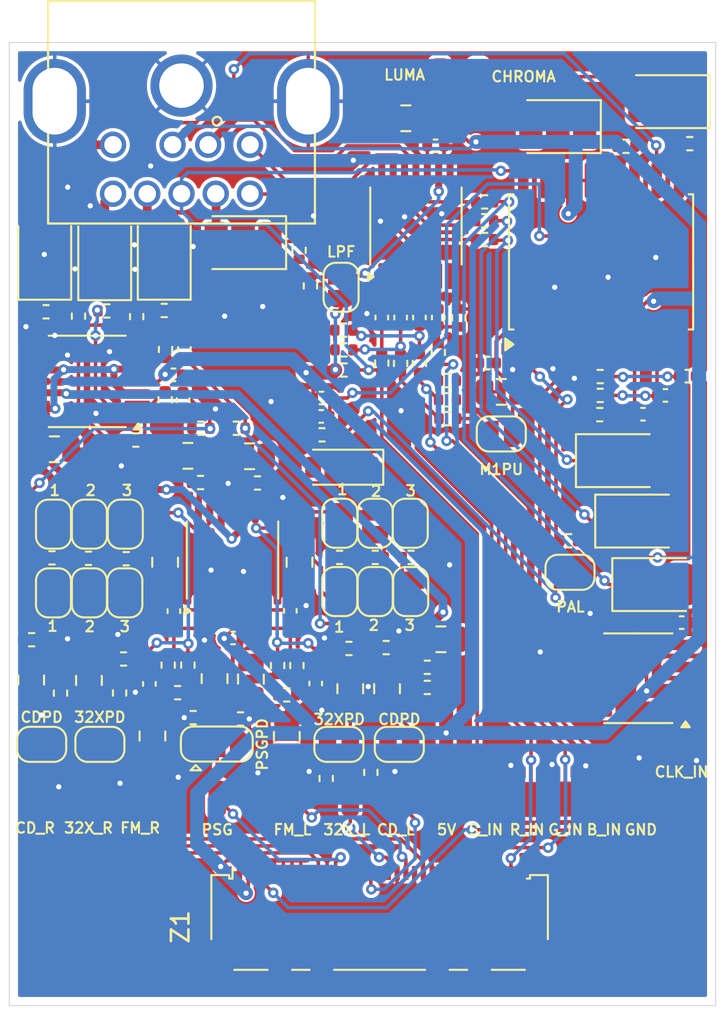
<source format=kicad_pcb>
(kicad_pcb (version 20241229) (generator "pcbnew") (generator_version "9.0")
  (layers (0 "F.Cu" signal) (2 "B.Cu" signal) (13 "F.Paste" user) (15 "B.Paste" user) (5 "F.SilkS" user "F.Silkscreen") (7 "B.SilkS" user "B.Silkscreen") (1 "F.Mask" user) (3 "B.Mask" user) (25 "Edge.Cuts" user))
  (net 0 "")
  (net 1 "+5V")
  (net 2 "/B-IN")
  (net 3 "GND")
  (net 4 "Net-(C4-Pad1)")
  (net 5 "Net-(C5-Pad1)")
  (net 6 "/PSG")
  (net 7 "Net-(C10-Pad1)")
  (net 8 "Net-(32XPD1-A)")
  (net 9 "/32X_L")
  (net 10 "Net-(C11-Pad1)")
  (net 11 "/32X_R")
  (net 12 "Net-(C12-Pad1)")
  (net 13 "Net-(C13-Pad1)")
  (net 14 "Net-(32XPD2-B)")
  (net 15 "Net-(C16-Pad2)")
  (net 16 "Net-(C2-Pad2)")
  (net 17 "/FM_R")
  (net 18 "Net-(C17-Pad2)")
  (net 19 "/FM_L")
  (net 20 "Net-(C3-Pad2)")
  (net 21 "Net-(U2A--)")
  (net 22 "Net-(U2A-+)")
  (net 23 "Net-(U2B-+)")
  (net 24 "Net-(D1-A)")
  (net 25 "Net-(U2B--)")
  (net 26 "Net-(C26-Pad1)")
  (net 27 "/Y-OUT")
  (net 28 "Net-(FM_R1-1-A)")
  (net 29 "/C-OUT")
  (net 30 "Net-(FM_L1-1-A)")
  (net 31 "/CV-OUT")
  (net 32 "/2V5")
  (net 33 "/CLK")
  (net 34 "/G-IN")
  (net 35 "/4xCLK")
  (net 36 "Net-(U3-CH1_IN)")
  (net 37 "Net-(U3-CH2_IN)")
  (net 38 "/R-OUT")
  (net 39 "/G-OUT")
  (net 40 "Net-(U3-CH3_IN)")
  (net 41 "/B-OUT")
  (net 42 "Net-(U3-CH4_IN)")
  (net 43 "Net-(C14-Pad2)")
  (net 44 "Net-(C15-Pad2)")
  (net 45 "Net-(C19-Pad2)")
  (net 46 "/STDSEL")
  (net 47 "/CSync")
  (net 48 "Net-(M1PU1-A)")
  (net 49 "/R-IN")
  (net 50 "/CD_R")
  (net 51 "Net-(C20-Pad2)")
  (net 52 "Net-(C20-Pad1)")
  (net 53 "Net-(C21-Pad2)")
  (net 54 "Net-(C21-Pad1)")
  (net 55 "Net-(C22-Pad2)")
  (net 56 "/CD_L")
  (net 57 "Net-(C24-Pad1)")
  (net 58 "Net-(C24-Pad2)")
  (net 59 "Net-(C25-Pad2)")
  (net 60 "Net-(C25-Pad1)")
  (net 61 "Net-(C26-Pad2)")
  (net 62 "Net-(U5-RED)")
  (net 63 "Net-(U5-GREEN)")
  (net 64 "Net-(U5-BLUE)")
  (net 65 "Net-(U4A--)")
  (net 66 "Net-(C30-Pad2)")
  (net 67 "Net-(U4B--)")
  (net 68 "Net-(C31-Pad2)")
  (net 69 "/AUD-R")
  (net 70 "Net-(C34-Pad1)")
  (net 71 "/AUD-L")
  (net 72 "Net-(C35-Pad1)")
  (net 73 "Net-(C36-Pad1)")
  (net 74 "/AUD-M")
  (net 75 "Net-(U5-TRAP)")
  (net 76 "Net-(C39-Pad1)")
  (net 77 "Net-(C40-Pad1)")
  (net 78 "Net-(C41-Pad1)")
  (net 79 "/V_REF")
  (net 80 "Net-(CDPD1-A)")
  (net 81 "Net-(CDPD2-A)")
  (net 82 "Net-(FM_L1-1-B)")
  (net 83 "Net-(FM_L1-2-B)")
  (net 84 "Net-(FM_L1-2-A)")
  (net 85 "Net-(FM_L2-1-B)")
  (net 86 "Net-(FM_L2-2-A)")
  (net 87 "Net-(FM_L3-1-B)")
  (net 88 "Net-(FM_L3-2-A)")
  (net 89 "Net-(FM_R1-1-B)")
  (net 90 "Net-(FM_R1-2-A)")
  (net 91 "Net-(FM_R1-2-B)")
  (net 92 "Net-(FM_R2-1-B)")
  (net 93 "Net-(FM_R2-2-A)")
  (net 94 "Net-(FM_R3-1-B)")
  (net 95 "Net-(FM_R3-2-A)")
  (net 96 "Net-(LPF1-A)")
  (net 97 "Net-(PSGPD1-A)")
  (net 98 "Net-(PSGPD1-B)")
  (net 99 "Net-(U4C--)")
  (net 100 "Net-(R52-Pad2)")
  (net 101 "Net-(U5-LUM_OUT)")
  (net 102 "Net-(U5-CHROM_OUT)")
  (net 103 "Net-(U5-CVBS_OUT)")
  (footprint "Resistor_SMD:R_0402_1005Metric" (layer "F.Cu") (at 233.025 137.7 90)
    (property "Reference" "R27" (hide yes))
    (property "Value" "210k")
  )
  (footprint "Resistor_SMD:R_0402_1005Metric" (layer "F.Cu") (at 239.375 114.015 90)
    (property "Reference" "R56" (hide yes))
    (property "Value" "75")
  )
  (footprint "Resistor_SMD:R_0402_1005Metric" (layer "F.Cu") (at 241.94 119.7)
    (property "Reference" "R17" (hide yes))
    (property "Value" "1k")
  )
  (footprint "Jumper:SolderJumper-2_P1.3mm_Open_RoundedPad1.0x1.5mm" (layer "F.Cu") (at 250.925 124.5)
    (property "Reference" "M1PU")
    (property "Value" "~" (hide yes))
  )
  (footprint "Resistor_SMD:R_0402_1005Metric" (layer "F.Cu") (at 233.75 127.275 180)
    (property "Reference" "R30" (hide yes))
    (property "Value" "300k")
  )
  (footprint "Resistor_SMD:R_0402_1005Metric" (layer "F.Cu") (at 240.685 124.55)
    (property "Reference" "R57" (hide yes))
    (property "Value" "470")
  )
  (footprint "Connector_Wire:SolderWirePad_1x01_SMD_1x2mm" (layer "F.Cu") (at 254.575 145.35)
    (property "Reference" "G_IN")
    (property "Value" "~" (hide yes))
  )
  (footprint "Resistor_SMD:R_0402_1005Metric" (layer "F.Cu") (at 224.1 136.25 180)
    (property "Reference" "R38" (hide yes))
    (property "Value" "21k")
  )
  (footprint "Capacitor_SMD:C_0805_2012Metric" (layer "F.Cu") (at 224.075 138.55 90)
    (property "Reference" "C19" (hide yes))
    (property "Value" "10u")
  )
  (footprint "Connector_Wire:SolderWirePad_1x01_SMD_1x2mm" (layer "F.Cu") (at 239 145.325)
    (property "Reference" "FM_L")
    (property "Value" "SMD_Conn_01x01" (hide yes))
  )
  (footprint "Capacitor_SMD:C_0402_1005Metric" (layer "F.Cu") (at 260.3 122.3 180)
    (property "Reference" "C28" (hide yes))
    (property "Value" "0.1u")
  )
  (footprint "Resistor_SMD:R_0402_1005Metric" (layer "F.Cu") (at 231.75 119.675 90)
    (property "Reference" "R45" (hide yes))
    (property "Value" "30k")
  )
  (footprint "Resistor_SMD:R_0402_1005Metric" (layer "F.Cu") (at 229.5 131.625 180)
    (property "Reference" "R21" (hide yes))
    (property "Value" "130k")
  )
  (footprint "Capacitor_Tantalum_SMD:CP_EIA-3528-15_AVX-H" (layer "F.Cu") (at 231.675 114.375 90)
    (property "Reference" "C35" (hide yes))
    (property "Value" "47u")
  )
  (footprint "Resistor_SMD:R_0402_1005Metric" (layer "F.Cu") (at 227.35 131.6 180)
    (property "Reference" "R20" (hide yes))
    (property "Value" "100k")
  )
  (footprint "Resistor_SMD:R_0402_1005Metric" (layer "F.Cu") (at 249.975 113.4)
    (property "Reference" "R34" (hide yes))
    (property "Value" "75")
  )
  (footprint "Capacitor_SMD:C_0805_2012Metric" (layer "F.Cu") (at 238.675 141.775 90)
    (property "Reference" "C3" (hide yes))
    (property "Value" "10u")
  )
  (footprint "Package_SO:SOIC-16W_7.5x10.3mm_P1.27mm" (layer "F.Cu") (at 256.625 114.675 90)
    (property "Reference" "U5" (hide yes))
    (property "Value" "AD725")
  )
  (footprint "Capacitor_SMD:C_0805_2012Metric" (layer "F.Cu") (at 244.4 139.05 90)
    (property "Reference" "C22" (hide yes))
    (property "Value" "10u")
  )
  (footprint "Resistor_SMD:R_0402_1005Metric" (layer "F.Cu") (at 232.44 139.275)
    (property "Reference" "R1" (hide yes))
    (property "Value" "100k")
  )
  (footprint "Resistor_SMD:R_0402_1005Metric" (layer "F.Cu") (at 231.725 122.55 -90)
    (property "Reference" "R47" (hide yes))
    (property "Value" "30k")
  )
  (footprint "Capacitor_SMD:C_0805_2012Metric" (layer "F.Cu") (at 245.475 106.475 180)
    (property "Reference" "C23" (hide yes))
    (property "Value" "10u")
  )
  (footprint "Capacitor_SMD:C_0805_2012Metric" (layer "F.Cu") (at 233.025 125.75 180)
    (property "Reference" "C20" (hide yes))
    (property "Value" "10u")
  )
  (footprint "Resistor_SMD:R_0402_1005Metric" (layer "F.Cu") (at 261.69 107.925)
    (property "Reference" "R55" (hide yes))
    (property "Value" "75")
  )
  (footprint "Capacitor_SMD:C_0805_2012Metric" (layer "F.Cu") (at 242.3 139.05 90)
    (property "Reference" "C17" (hide yes))
    (property "Value" "10u")
  )
  (footprint "Jumper:SolderJumper-2_P1.3mm_Open_RoundedPad1.0x1.5mm" (layer "F.Cu") (at 224.675 142.225 180)
    (property "Reference" "CDPD")
    (property "Value" "~" (hide yes))
  )
  (footprint "Resistor_SMD:R_0402_1005Metric" (layer "F.Cu") (at 229.35 137.35)
    (property "Reference" "R26" (hide yes))
    (property "Value" "210k")
  )
  (footprint "Resistor_SMD:R_0402_1005Metric" (layer "F.Cu") (at 244.35 136.7 180)
    (property "Reference" "R41" (hide yes))
    (property "Value" "21k")
  )
  (footprint "Connector_Wire:SolderWirePad_1x01_SMD_1x2mm" (layer "F.Cu") (at 227.35 145.225)
    (property "Reference" "32X_R")
    (property "Value" "SMD_Conn_01x01" (hide yes))
  )
  (footprint "Resistor_SMD:R_0402_1005Metric" (layer "F.Cu") (at 247.85 122.55)
    (property "Reference" "R9" (hide yes))
    (property "Value" "5.62k")
  )
  (footprint "Package_SO:TSSOP-14_4.4x5mm_P0.65mm" (layer "F.Cu") (at 246.05 112.625 90)
    (property "Reference" "U3" (hide yes))
    (property "Value" "THS7374")
  )
  (footprint "Resistor_SMD:R_0402_1005Metric" (layer "F.Cu") (at 230.1 117.8 -90)
    (property "Reference" "R49" (hide yes))
    (property "Value" "100k")
  )
  (footprint "Resistor_SMD:R_0402_1005Metric" (layer "F.Cu") (at 243.475 143.825 -90)
    (property "Reference" "R33" (hide yes))
    (property "Value" "75")
  )
  (footprint "Resistor_SMD:R_0402_1005Metric" (layer "F.Cu") (at 225.75 139.3 90)
    (property "Reference" "R37" (hide yes))
    (property "Value" "75")
  )
  (footprint "Connector_Wire:SolderWirePad_1x01_SMD_1x2mm" (layer "F.Cu") (at 261.225 145.475)
    (property "Reference" "CLK_IN")
    (property "Value" "~" (hide yes))
  )
  (footprint "Resistor_SMD:R_0402_1005Metric" (layer "F.Cu") (at 233.325 140.7 180)
    (property "Reference" "R8" (hide yes))
    (property "Value" "2.2k")
  )
  (footprint "Jumper:SolderJumper-2_P1.3mm_Open_RoundedPad1.0x1.5mm" (layer "F.Cu") (at 229.45 129.65 90)
    (property "Reference" "FM_R3-2" (hide yes))
    (property "Value" "SolderJumper_2_Open" (hide yes))
  )
  (footprint "Capacitor_SMD:C_0402_1005Metric" (layer "F.Cu") (at 261.225 135.275 180)
    (property "Reference" "C1" (hide yes))
    (property "Value" "0.01u")
  )
  (footprint "Capacitor_Tantalum_SMD:CP_EIA-3528-15_AVX-H" (layer "F.Cu") (at 257.65 126.025)
    (property "Reference" "C24" (hide yes))
    (property "Value" "220u")
  )
  (footprint "Connector_Wire:SolderWirePad_1x01_SMD_1x2mm" (layer "F.Cu") (at 250.05 145.375)
    (property "Reference" "S_IN")
    (property "Value" "~" (hide yes))
  )
  (footprint "Resistor_SMD:R_0402_1005Metric" (layer "F.Cu") (at 246.7 137.825 180)
    (property "Reference" "R59" (hide yes))
    (property "Value" "10k")
  )
  (footprint "Connector_Wire:SolderWirePad_1x01_SMD_1x2mm" (layer "F.Cu") (at 230.325 145.25)
    (property "Reference" "FM_R")
    (property "Value" "SMD_Conn_01x01" (hide yes))
  )
  (footprint "Connector_Wire:SolderWirePad_1x01_SMD_1x2mm" (layer "F.Cu") (at 247.42 104.05)
    (property "Reference" "LUMA")
    (property "Value" "SMD_Conn_01x01" (hide yes))
  )
  (footprint "Resistor_SMD:R_0402_1005Metric" (layer "F.Cu") (at 247.325 119.85 90)
    (property "Reference" "R13" (hide yes))
    (property "Value" "5.62k")
  )
  (footprint "Jumper:SolderJumper-2_P1.3mm_Open_RoundedPad1.0x1.5mm" (layer "F.Cu") (at 241.7 129.6 90)
    (property "Reference" "FM_L1-2" (hide yes))
    (property "Value" "SolderJumper_2_Open")
  )
  (footprint "Connector_Wire:SolderWirePad_1x01_SMD_1x2mm" (layer "F.Cu") (at 249.6 104.1)
    (property "Reference" "CHROMA")
    (property "Value" "SMD_Conn_01x01" (hide yes))
  )
  (footprint "Resistor_SMD:R_0402_1005Metric" (layer "F.Cu") (at 247.85 121.45)
    (property "Reference" "R6" (hide yes))
    (property "Value" "5.62k")
  )
  (footprint "Resistor_SMD:R_0402_1005Metric" (layer "F.Cu") (at 239.25 137.725 -90)
    (property "Reference" "R4" (hide yes))
    (property "Value" "100k")
  )
  (footprint "Resistor_SMD:R_0402_1005Metric" (layer "F.Cu") (at 258.05 108.075 180)
    (property "Reference" "R54" (hide yes))
    (property "Value" "75")
  )
  (footprint "Jumper:SolderJumper-2_P1.3mm_Open_RoundedPad1.0x1.5mm" (layer "F.Cu") (at 227.4 129.65 90)
    (property "Reference" "FM_R2-2" (hide yes))
    (property "Value" "SolderJumper_2_Open" (hide yes))
  )
  (footprint "Resistor_SMD:R_0402_1005Metric" (layer "F.Cu") (at 241.69 131.55)
    (property "Reference" "R22" (hide yes))
    (property "Value" "10k")
  )
  (footprint "Resistor_SMD:R_0402_1005Metric" (layer "F.Cu") (at 235.79 124.175)
    (property "Reference" "R40" (hide yes))
    (property "Value" "30k")
  )
  (footprint "Jumper:SolderJumper-2_P1.3mm_Open_RoundedPad1.0x1.5mm" (layer "F.Cu") (at 225.35 133.575 90)
    (property "Reference" "FM_R1-1" (hide yes))
    (property "Value" "SolderJumper_2_Open" (hide yes))
  )
  (footprint "Resistor_SMD:R_0402_1005Metric" (layer "F.Cu") (at 246.7 138.975)
    (property "Reference" "R58" (hide yes))
    (property "Value" "10k")
  )
  (footprint "Resistor_SMD:R_0402_1005Metric" (layer "F.Cu") (at 230.05 124.85 180)
    (property "Reference" "R48" (hide yes))
    (property "Value" "100k")
  )
  (footprint "Package_SO:TSSOP-14_4.4x5mm_P0.65mm" (layer "F.Cu") (at 235.575 131.7 90)
    (property "Reference" "U2" (hide yes))
    (property "Value" "MC33204")
  )
  (footprint "Jumper:SolderJumper-2_P1.3mm_Open_RoundedPad1.0x1.5mm" (layer "F.Cu") (at 229.425 133.575 90)
    (property "Reference" "FM_R3-1" (hide yes))
    (property "Value" "SolderJumper_2_Open" (hide yes))
  )
  (footprint "Capacitor_SMD:C_0805_2012Metric" (layer "F.Cu") (at 225.4 125.375)
    (property "Reference" "C42" (hide yes))
    (property "Value" "10u")
  )
  (footprint "Capacitor_SMD:C_0402_1005Metric" (layer "F.Cu") (at 238.875 134.6 90)
    (property "Reference" "C7" (hide yes))
    (property "Value" "27p")
  )
  (footprint "Resistor_SMD:R_0402_1005Metric" (layer "F.Cu") (at 240.925 144.175 -90)
    (property "Reference" "R18" (hide yes))
    (property "Value" "75")
  )
  (footprint "Resistor_SMD:R_0402_1005Metric" (layer "F.Cu") (at 256.575 122.3)
    (property "Reference" "R44" (hide yes))
    (property "Value" "75")
  )
  (footprint "Resistor_SMD:R_0402_1005Metric" (layer "F.Cu") (at 236.025 140.775)
    (property "Reference" "R7" (hide yes))
    (property "Value" "750")
  )
  (footprint "Resistor_SMD:R_0402_1005Metric" (layer "F.Cu") (at 245.775 131.55)
    (property "Reference" "R24" (hide yes))
    (property "Value" "130k")
  )
  (footprint "Resistor_SMD:R_0402_1005Metric" (layer "F.Cu") (at 241.925 118.575)
    (property "Reference" "R15" (hide yes))
    (property "Value" "1k")
  )
  (footprint "Package_SO:TSSOP-14_4.4x5mm_P0.65mm" (layer "F.Cu") (at 227.275 121.5 180)
    (property "Reference" "U4" (hide yes))
    (property "Value" "MC33204")
  )
  (footprint "Jumper:SolderJumper-2_P1.3mm_Open_RoundedPad1.0x1.5mm" (layer "F.Cu") (at 243.725 129.6 90)
    (property "Reference" "FM_L2-2" (hide yes))
    (property "Value" "SolderJumper_2_Open")
  )
  (footprint "Jumper:SolderJumper-2_P1.3mm_Open_RoundedPad1.0x1.5mm" (layer "F.Cu") (at 243.725 133.5 90)
    (property "Reference" "FM_L2-1" (hide yes))
    (property "Value" "SolderJumper_2_Open")
  )
  (footprint "Capacitor_Tantalum_SMD:CP_EIA-3528-15_AVX-H" (layer "F.Cu") (at 236.175 113.575 180)
    (property "Reference" "C41" (hide yes))
    (property "Value" "220u")
  )
  (footprint "Capacitor_SMD:C_0402_1005Metric" (layer "F.Cu") (at 247.175 108.05)
    (property "Reference" "C18" (hide yes))
    (property "Value" "0.1u")
  )
  (footprint "Capacitor_SMD:C_0402_1005Metric" (layer "F.Cu") (at 232.225 134.62 90)
    (property "Reference" "C6" (hide yes))
    (property "Value" "27p")
  )
  (footprint "Connector_Wire:SolderWirePad_1x01_SMD_1x2mm" (layer "F.Cu") (at 224.3 145.225)
    (property "Reference" "CD_R")
    (property "Value" "SMD_Conn_01x01" (hide yes))
  )
  (footprint "Capacitor_SMD:C_0805_2012Metric" (layer "F.Cu") (at 231 141.75 90)
    (property "Reference" "C2" (hide yes))
    (property "Value" "10u")
  )
  (footprint "Capacitor_SMD:C_0805_2012Metric" (layer "F.Cu") (at 236.55 125.775 180)
    (property "Reference" "C21" (hide yes))
    (property "Value" "10u")
  )
  (footprint "Resistor_SMD:R_0402_1005Metric" (layer "F.Cu") (at 225.265 131.575 180)
    (property "Reference" "R19" (hide yes))
    (property "Value" "10k")
  )
  (footprint "Diode_SMD:D_SOD-123" (layer "F.Cu") (at 241.825 126.4 180)
    (property "Reference" "D1" (hide yes))
    (property "Value" "1N4148W")
  )
  (footprint "Capacitor_SMD:C_0402_1005Metric" (layer "F.Cu") (at 232.825 119.65 90)
    (property "Reference" "C31" (hide yes))
    (property "Value" "5600p")
  )
  (footprint "Resistor_SMD:R_0402_1005Metric" (layer "F.Cu") (at 243.725 131.55)
    (property "Reference" "R23" (hide yes))
    (property "Value" "100k")
  )
  (footprint "Capacitor_SMD:C_0402_1005Metric" (layer "F.Cu") (at 247.325 117.85 90)
    (property "Reference" "C13" (hide yes))
    (property "Value" "0.1u")
  )
  (footprint "Package_SO:SOIC-8_3.9x4.9mm_P1.27mm" (layer "F.Cu") (at 258.75 138.45 180)
    (property "Reference" "U1" (hide yes))
    (property "Value" "ICS501")
  )
  (footprint "Resistor_SMD:R_0402_1005Metric" (layer "F.Cu") (at 246.25 120.475 90)
    (property "Reference" "R12" (hide yes))
    (property "Value" "5.62k")
  )
  (footprint "Capacitor_SMD:C_0402_1005Metric" (layer "F.Cu") (at 232.2 121.125)
    (property "Reference" "C43" (hide yes))
    (property "Value" "0.1u")
  )
  (footprint "Connector_Wire:SolderWirePad_1x01_SMD_1x2mm" (layer "F.Cu") (at 234.7 145.3)
    (property "Reference" "PSG")
    (property "Value" "SMD_Conn_01x01" (hide yes))
  )
  (footprint "Capacitor_SMD:C_0402_1005Metric" (layer "F.Cu") (at 250.15 120.45)
    (property "Reference" "C33" (hide yes))
    (property "Value" "0.1u")
  )
  (footprint "Capacitor_SMD:C_0402_1005Metric" (layer "F.Cu") (at 235.605 136.15)
    (property "Reference" "C44" (hide yes))
    (property "Value" "0.1u")
  )
  (footprint "Capacitor_SMD:C_0805_2012Metric" (layer "F.Cu") (at 234.55 138.475 90)
    (property "Reference" "C15" (hide yes))
    (property "Value" "10u")
  )
  (footprint "Connector_Wire:SolderWirePad_1x01_SMD_1x2mm" (layer "F.Cu") (at 242.3 145.3)
    (property "Reference" "32X_L")
    (property "Value" "SMD_Conn_01x01" (hide yes))
  )
  (footprint "Jumper:SolderJumper-2_P1.3mm_Open_RoundedPad1.0x1.5mm" (layer "F.Cu") (at 245.725 129.6 90)
    (property "Reference" "FM_L3-2" (hide yes))
    (property "Value" "SolderJumper_2_Open")
  )
  (footprint "Capacitor_SMD:C_0402_1005Metric" (layer "F.Cu") (at 240.64 123.5)
    (property "Reference" "C37" (hide yes))
    (property "Value" "9p")
  )
  (footprint "Resistor_SMD:R_0402_1005Metric" (layer "F.Cu") (at 256.575 121.225)
    (property "Reference" "R43" (hide yes))
    (property "Value" "75")
  )
  (footprint "Capacitor_SMD:C_0805_2012Metric" (layer "F.Cu") (at 231.725 131.825 90)
    (property "Reference" "C8" (hide yes))
    (property "Value" "10u")
  )
  (footprint "Jumper:SolderJumper-2_P1.3mm_Open_RoundedPad1.0x1.5mm" (layer "F.Cu") (at 227.4 133.575 90)
    (property "Reference" "FM_R2-1" (hide yes))
    (property "Value" "SolderJumper_2_Open" (hide yes))
  )
  (footprint "Resistor_SMD:R_0402_1005Metric" (layer "F.Cu") (at 224.925 117.525)
    (property "Reference" "R53" (hide yes))
    (property "Value" "330")
  )
  (footprint "Jumper:SolderJumper-2_P1.3mm_Open_RoundedPad1.0x1.5mm" (layer "F.Cu") (at 254.85 132.4)
    (property "Reference" "PAL")
    (property "Value" "~" (hide yes))
  )
  (footprint "Resistor_SMD:R_0402_1005Metric" (layer "F.Cu") (at 237 127.3)
    (property "Reference" "R31" (hide yes))
    (property "Value" "300k")
  )
  (footprint "Resistor_SMD:R_0402_1005Metric" (layer "F.Cu") (at 229.125 139.29 -90)
    (property "Reference" "R25" (hide yes))
    (property "Value" "75")
  )
  (footprint "Resistor_SMD:R_0402_1005Metric" (layer "F.Cu") (at 226.775 117.775 90)
    (property "Reference" "R52" (hide yes))
    (property "Value" "51k")
  )
  (footprint "Jumper:SolderJumper-2_P1.3mm_Open_RoundedPad1.0x1.5mm" (layer "F.Cu") (at 225.35 129.65 90)
    (property "Reference" "FM_R1-2" (hide yes))
    (property "Value" "SolderJumper_2_Open" (hide yes))
  )
  (footprint "Resistor_SMD:R_0402_1005Metric" (layer "F.Cu") (at 256.55 123.4)
    (property "Reference" "R46" (hide yes))
    (property "Value" "75")
  )
  (footprint "Connector_Wire:SolderWirePad_1x01_SMD_1x2mm" (layer "F.Cu") (at 256.5 145.375)
    (property "Reference" "B_IN")
    (property "Value" "~" (hide yes))
  )
  (footprint "Capacitor_SMD:C_0402_1005Metric" (layer "F.Cu") (at 245.175 117.85 90)
    (property "Reference" "C11" (hide yes))
    (property "Value" "0.1u")
  )
  (footprint "Capacitor_Tantalum_SMD:CP_EIA-3528-15_AVX-H" (layer "F.Cu") (at 258.75 129.475)
    (property "Reference" "C25" (hide yes))
    (property "Value" "220u")
  )
  (footprint "Resistor_SMD:R_0402_1005Metric" (layer "F.Cu") (at 247.875 123.625)
    (property "Reference" "R10" (hide yes))
    (property "Value" "5.62k")
  )
  (footprint "Capacitor_SMD:C_0402_1005Metric" (layer "F.Cu") (at 240.655 122.45 180)
    (property "Reference" "C38" (hide yes))
    (property "Value" "18p")
  )
  (footprint "Jumper:SolderJumper-2_P1.3mm_Open_RoundedPad1.0x1.5mm" (layer "F.Cu") (at 241.7 133.5 90)
    (property "Reference" "FM_L1-1" (hide yes))
    (property "Value" "SolderJumper_2_Open")
  )
  (footprint "Resistor_SMD:R_0402_1005Metric" (layer "F.Cu") (at 249.975 112.325)
    (property "Reference" "R35" (hide yes))
    (property "Value" "75")
  )
  (footprint "Resistor_SMD:R_0402_1005Metric" (layer "F.Cu") (at 231.9 137.7 -90)
    (property "Reference" "R3" (hide yes))
    (property "Value" "100k")
  )
  (footprint "Resistor_SMD:R_0402_1005Metric" (layer "F.Cu") (at 249.975 111.25)
    (property "Reference" "R36" (hide yes))
    (property "Value" "75")
  )
  (footprint "Jumper:SolderJumper-2_P1.3mm_Open_RoundedPad1.0x1.5mm" (layer "F.Cu") (at 241.775 116.125 -90)
    (property "Reference" "LPF")
    (property "Value" "~" (hide yes))
  )
  (footprint "Capacitor_SMD:C_0402_1005Metric" (layer "F.Cu") (at 244.1 117.85 90)
    (property "Reference" "C10" (hide yes))
    (property "Value" "0.1u")
  )
  (footprint "Capacitor_SMD:C_0402_1005Metric" (layer "F.Cu") (at 232.75 122.575 -90)
    (property "Reference" "C30" (hide yes))
    (property "Value" "5600p")
  )
  (footprint "Resistor_SMD:R_0402_1005Metric" (layer "F.Cu") (at 242.225 136.75 180)
    (property "Reference" "R29" (hide yes))
    (property "Value" "210k")
  )
  (footprint "Capacitor_Tantalum_SMD:CP_EIA-3528-15_AVX-H" (layer "F.Cu") (at 254.15 106.95 180)
    (property "Reference" "C39" (hide yes))
    (property "Value" "220u")
  )
  (footprint "Connector_Wire:SolderWirePad_1x01_SMD_1x2mm" (layer "F.Cu") (at 247.775 145.375)
    (property "Reference" "5V")
    (property "Value" "~" (hide yes))
  )
  (footprint "Connector_Wire:SolderWirePad_1x01_SMD_1x2mm" (layer "F.Cu") (at 258.9 145.4)
    (property "Reference" "GND")
    (property "Value" "~" (hide yes))
  )
  (footprint "Capacitor_Tantalum_SMD:CP_EIA-3528-15_AVX-H" (layer "F.Cu") (at 224.85 114.375 90)
    (property "Reference" "C36" (hide yes))
    (property "Value" "47u")
  )
  (footprint "Capacitor_SMD:C_0805_2012Metric" (layer "F.Cu") (at 239.4 131.825 90)
    (property "Reference" "C9" (hide yes))
    (property "Value" "10u")
  )
  (footprint "Capacitor_SMD:C_0805_2012Metric" (layer "F.Cu") (at 250.925 122.1)
    (property "Reference" "C32" (hide yes))
    (property "Value" "10u")
  )
  (footprint "Capacitor_Tantalum_SMD:CP_EIA-3528-15_AVX-H" (layer "F.Cu") (at 259.725 133.1)
    (property "Reference" "C26" (hide yes))
    (property "Value" "220u")
  )
  (footprint "Resistor_SMD:R_0402_1005Metric" (layer "F.Cu") (at 241.95 120.85 180)
    (property "Reference" "R5" (hide yes))
    (property "Value" "2.2k")
  )
  (footprint "Connector_FFC-FPC:Molex_502244-3330_1x33-1MP_P0.5mm_Horizontal" (layer "F.Cu") (at 243.975 152.65)
    (property "Reference" "Z1")
    (property "Value" "Conn_01x33_Pin")
  )
  (footprint "Jumper:SolderJumper-3_P1.3mm_Open_RoundedPad1.0x1.5mm" (layer "F.Cu") (at 234.675 142.2075)
    (property "Reference" "PSGPD")
    (property "Value" "SolderJumper_3_Open")
  )
  (footprint "Capacitor_Tantalum_SMD:CP_EIA-3528-15_AVX-H" (layer "F.Cu") (at 260.375 105.525 180)
    (property "Reference" "C40" (hide yes))
    (property "Value" "220u")
  )
  (footprint "Capacitor_SMD:C_0402_1005Metric" (layer "F.Cu") (at 259.02 123.375 180)
    (property "Reference" "C27" (hide yes))
    (property "Value" "0.1u")
  )
  (footprint "Resistor_SMD:R_0402_1005Metric" (layer "F.Cu") (at 254.775 130.6 180)
    (property "Reference" "R42" (hide yes))
    (property "Value" "5.62k")
  )
  (footprint "Resistor_SMD:R_0402_1005Metric" (layer "F.Cu") (at 233.765 124.175)
    (property "Reference" "R39" (hide yes))
    (property "Value" "30k")
  )
  (footprint "Capacitor_SMD:C_0805_2012Metric" (layer "F.Cu") (at 236.625 138.5 90)
    (property "Reference" "C16" (hide yes))
    (property "Value" "10u")
  )
  (footprint "Connector_Wire:SolderWirePad_1x01_SMD_1x2mm" (layer "F.Cu") (at 252.625 145.375)
    (property "Reference" "R_IN")
    (property "Value" "~" (hide yes))
  )
  (footprint "Resistor_SMD:R_0402_1005Metric" (layer "F.Cu") (at 244.1 120.45 90)
    (property "Reference" "R16" (hide yes))
    (property "Value" "5.62k")
  )
  (footprint "Capacitor_SMD:C_0402_1005Metric" (layer "F.Cu") (at 261.55 121.2 180)
    (property "Reference" "C29" (hide yes))
    (property "Value" "0.1u")
  )
  (footprint "Resistor_SMD:R_0402_1005Metric" (layer "F.Cu") (at 238.15 137.725 90)
    (property "Reference" "R28" (hide yes))
    (property "Value" "210k")
  )
  (footprint "Capacitor_SMD:C_0402_1005Metric" (layer "F.Cu") (at 240.325 138.75 -90)
    (property "Reference" "C5" (hide yes))
    (property "Value" "27p")
  )
  (footprint "Resistor_SMD:R_0402_1005Metric" (layer "F.Cu") (at 228.4 117.475)
    (property "Reference" "R50" (hide yes))
    (property "Value" "330")
  )
  (footprint "Capacitor_SMD:C_0402_1005Metric" (layer "F.Cu") (at 246.25 117.85 90)
    (property "Reference" "C12" (hide yes))
    (property "Value" "0.1u")
  )
  (footprint "Resistor_SMD:R_0402_1005Metric" (layer "F.Cu") (at 240.025 116.05 90)
    (property "Reference" "R32" (hide yes))
    (property "Value" "5.62k")
  )
  (footprint "Resistor_SMD:R_0402_1005Metric" (layer "F.Cu") (at 248.5 117.875 -90)
    (property "Reference" "R14" (hide yes))
    (property "Value" "1k")
  )
  (footprint "Jumper:SolderJumper-2_P1.3mm_Open_RoundedPad1.0x1.5mm" (layer "F.Cu") (at 228 142.225)
    (property "Reference" "32XPD")
    (property "Value" "~" (hide yes))
  )
  (footprint "Capacitor_SMD:C_0805_2012Metric" (layer "F.Cu") (at 227.375 138.575 90)
    (property "Reference" "C14" (hide yes))
    (property "Value" "10u")
  )
  (footprint "Resistor_SMD:R_0402_1005Metric" (layer "F.Cu") (at 245.175 120.475 90)
    (property "Reference" "R11" (hide yes))
    (property "Value" "5.62k")
  )
  (footprint "MyLibrary:MD90SM-MD2" (layer "F.Cu") (at 232.661 112.993)
    (property "Reference" "CN1" (hide yes))
    (property "Value" "MD-90SM_MD2" (hide yes))
  )
  (footprint "Jumper:SolderJumper-2_P1.3mm_Open_RoundedPad1.0x1.5mm" (layer "F.Cu") (at 245.75 133.5 90)
    (property "Reference" "FM_L3-1" (hide yes))
    (property "Value" "SolderJumper_2_Open")
  )
  (footprint "Capacitor_SMD:C_0402_1005Metric" (layer "F.Cu") (at 230.825 138.775 -90)
    (property "Reference" "C4" (hide yes))
    (property "Value" "27p")
  )
  (footprint "Connector_Wire:SolderWirePad_1x01_SMD_1x2mm" (layer "F.Cu") (at 244.825 145.325)
    (property "Reference" "CD_L")
    (property "Value" "SMD_Conn_01x01" (hide yes))
  )
  (footprint "Capacitor_Tantalum_SMD:CP_EIA-3528-15_AVX-H" (layer "F.Cu") (at 228.275 114.4 90)
    (property "Reference" "C34" (hide yes))
    (property "Value" "47u")
  )
  (footprint "Jumper:SolderJumper-2_P1.3mm_Open_RoundedPad1.0x1.5mm" (layer "F.Cu") (at 241.65 142.225)
    (property "Reference" "32XPD")
    (property "Value" "~" (hide yes))
  )
  (footprint "Jumper:SolderJumper-2_P1.3mm_Open_RoundedPad1.0x1.5mm" (layer "F.Cu") (at 245.1 142.225)
    (property "Reference" "CDPD")
    (property "Value" "~" (hide yes))
  )
  (footprint "Capacitor_SMD:C_0805_2012Metric" (layer "F.Cu") (at 247.475 136.225)
    (property "Reference" "C45" (hide yes))
    (property "Value" "10u")
  )
  (footprint "Resistor_SMD:R_0402_1005Metric" (layer "F.Cu") (at 231.675 117.45)
    (property "Reference" "R51" (hide yes))
    (property "Value" "330")
  )
  (footprint "Resistor_SMD:R_0402_1005Metric" (layer "F.Cu") (at 238.675 139.4 180)
    (property "Reference" "R2" (hide yes))
    (property "Value" "100k")
  )
  (gr_rect (start 222.825 102.15) (end 263.175 157.15) (stroke (width 0.05)) (fill no) (layer "Edge.Cuts"))
  (gr_text "3" (at 229.55 127.725 0) (layer "F.SilkS") (effects (font (size 0.6 0.6) (thickness 0.12) (bold yes))))
  (gr_text "2" (at 243.775 127.775 0) (layer "F.SilkS") (effects (font (size 0.6 0.6) (thickness 0.12) (bold yes))))
  (gr_text "1" (at 241.85 127.675 0) (layer "F.SilkS") (effects (font (size 0.6 0.6) (thickness 0.12) (bold yes))))
  (gr_text "3" (at 229.425 135.5 0) (layer "F.SilkS") (effects (font (size 0.6 0.6) (thickness 0.12) (bold yes))))
  (gr_text "3" (at 245.75 127.75 0) (layer "F.SilkS") (effects (font (size 0.6 0.6) (thickness 0.12) (bold yes))))
  (gr_text "2" (at 243.65 135.425 0) (layer "F.SilkS") (effects (font (size 0.6 0.6) (thickness 0.12) (bold yes))))
  (gr_text "1" (at 225.425 127.725 0) (layer "F.SilkS") (effects (font (size 0.6 0.6) (thickness 0.12) (bold yes))))
  (gr_text "2" (at 227.425 135.5 0) (layer "F.SilkS") (effects (font (size 0.6 0.6) (thickness 0.12) (bold yes))))
  (gr_text "1" (at 241.675 135.525 0) (layer "F.SilkS") (effects (font (size 0.6 0.6) (thickness 0.12) (bold yes))))
  (gr_text "1" (at 225.3 135.475 0) (layer "F.SilkS") (effects (font (size 0.6 0.6) (thickness 0.12) (bold yes))))
  (gr_text "3" (at 245.7 135.425 0) (layer "F.SilkS") (effects (font (size 0.6 0.6) (thickness 0.12) (bold yes))))
  (gr_text "2" (at 227.475 127.725 0) (layer "F.SilkS") (effects (font (size 0.6 0.6) (thickness 0.12) (bold yes))))
  (segment (start 259.225 136.795) (end 259.225 139.175) (width 0.2) (layer "F.Cu") (net 1))
  (segment (start 247.775 141.575) (end 247.775 139.54) (width 0.8) (layer "F.Cu") (net 1))
  (segment (start 236.475 148.918) (end 236.426 148.869) (width 0.2) (layer "F.Cu") (net 1))
  (segment (start 256.235 131.55) (end 259.85 131.55) (width 0.2) (layer "F.Cu") (net 1))
  (segment (start 253.45 110.025) (end 254.72 110.025) (width 0.2) (layer "F.Cu") (net 1))
  (segment (start 235.575 135.7) (end 235.575 134.5625) (width 0.2) (layer "F.Cu") (net 1))
  (segment (start 259.225 139.175) (end 261.135 139.175) (width 0.8) (layer "F.Cu") (net 1))
  (segment (start 247.775 143.1) (end 247.775 141.575) (width 0.8) (layer "F.Cu") (net 1))
  (segment (start 241.775 116.775) (end 241.775 117.325) (width 0.2) (layer "F.Cu") (net 1))
  (segment (start 257.26 119.325) (end 255.99 119.325) (width 0.2) (layer "F.Cu") (net 1))
  (segment (start 241.29 121) (end 241.44 120.85) (width 0.8) (layer "F.Cu") (net 1))
  (segment (start 241.45 120.825) (end 241.45 120.84) (width 0.2) (layer "F.Cu") (net 1))
  (segment (start 236.475 149.57) (end 236.475 148.918) (width 0.2) (layer "F.Cu") (net 1))
  (segment (start 251.575 124.5) (end 251.575 122.4) (width 0.2) (layer "F.Cu") (net 1))
  (segment (start 250.63 120.45) (end 250.63 120.855) (width 0.2) (layer "F.Cu") (net 1))
  (segment (start 257.26 118.928032) (end 259.263032 116.925) (width 0.2) (layer "F.Cu") (net 1))
  (segment (start 246.7 109.7625) (end 246.7 108.055) (width 0.2) (layer "F.Cu") (net 1))
  (segment (start 246.695 106.745) (end 246.425 106.475) (width 0.2) (layer "F.Cu") (net 1))
  (segment (start 257.26 119.325) (end 257.26 118.928032) (width 0.2) (layer "F.Cu") (net 1))
  (segment (start 230.1375 121.5) (end 231.345 121.5) (width 0.2) (layer "F.Cu") (net 1))
  (segment (start 261.135 139.175) (end 261.225 139.085) (width 0.8) (layer "F.Cu") (net 1))
  (segment (start 241.45 120.84) (end 241.44 120.85) (width 0.2) (layer "F.Cu") (net 1))
  (segment (start 250.63 120.855) (end 251.875 122.1) (width 0.2) (layer "F.Cu") (net 1))
  (segment (start 246.7 108.055) (end 246.695 108.05) (width 0.2) (layer "F.Cu") (net 1))
  (segment (start 236.475 149.57) (end 236.475 150.6) (width 0.2) (layer "F.Cu") (net 1))
  (segment (start 255.285 130.6) (end 256.235 131.55) (width 0.2) (layer "F.Cu") (net 1))
  (segment (start 255.99 119.325) (end 255.99 118.300001) (width 0.2) (layer "F.Cu") (net 1))
  (segment (start 254.72 110.025) (end 254.72 111.895) (width 0.2) (layer "F.Cu") (net 1))
  (segment (start 251.575 122.4) (end 251.875 122.1) (width 0.2) (layer "F.Cu") (net 1))
  (segment (start 247.775 145.375) (end 247.775 143.1) (width 0.8) (layer "F.Cu") (net 1))
  (segment (start 235.231 148.869) (end 234.9 149.2) (width 0.2) (layer "F.Cu") (net 1))
  (segment (start 254.72 111.895) (end 254.75 111.925) (width 0.2) (layer "F.Cu") (net 1))
  (segment (start 259.263032 116.925) (end 259.625 116.925) (width 0.2) (layer "F.Cu") (net 1))
  (segment (start 239.775 121) (end 241.29 121) (width 0.8) (layer "F.Cu") (net 1))
  (segment (start 255.688999 117.999) (end 251.839032 117.999) (width 0.2) (layer "F.Cu") (net 1))
  (segment (start 246.425 106.475) (end 247.725 106.475) (width 0.2) (layer "F.Cu") (net 1))
  (segment (start 250.63 119.208032) (end 250.63 120.45) (width 0.2) (layer "F.Cu") (net 1))
  (segment (start 231.345 121.5) (end 231.72 121.125) (width 0.2) (layer "F.Cu") (net 1))
  (segment (start 247.775 139.54) (end 247.21 138.975) (width 0.8) (layer "F.Cu") (net 1))
  (segment (start 255.99 118.300001) (end 255.688999 117.999) (width 0.2) (layer "F.Cu") (net 1))
  (segment (start 235.125 136.15) (end 235.575 135.7) (width 0.2) (layer "F.Cu") (net 1))
  (segment (start 251.839032 117.999) (end 250.63 119.208032) (width 0.2) (layer "F.Cu") (net 1))
  (segment (start 236.475 150.6) (end 236.35 150.725) (width 0.2) (layer "F.Cu") (net 1))
  (segment (start 246.695 108.05) (end 246.695 106.745) (width 0.2) (layer "F.Cu") (net 1))
  (segment (start 236.426 148.869) (end 235.231 148.869) (width 0.2) (layer "F.Cu") (net 1))
  (segment (start 260.745 135.275) (end 259.225 136.795) (width 0.2) (layer "F.Cu") (net 1))
  (segment (start 249.075 107.825) (end 249.475 107.825) (width 0.2) (layer "F.Cu") (net 1))
  (segment (start 241.775 117.325) (end 241.45 117.65) (width 0.2) (layer "F.Cu") (net 1))
  (segment (start 247.725 106.475) (end 249.075 107.825) (width 0.2) (layer "F.Cu") (net 1))
  (via (at 247.775 141.575) (size 0.6) (drill 0.3) (layers "F.Cu" "B.Cu") (net 1))
  (via (at 241.45 117.65) (size 0.6) (drill 0.3) (layers "F.Cu" "B.Cu") (net 1))
  (via (at 249.475 107.825) (size 0.6) (drill 0.3) (layers "F.Cu" "B.Cu") (net 1))
  (via (at 234.9 149.2) (size 0.6) (drill 0.3) (layers "F.Cu" "B.Cu") (net 1))
  (via (at 259.225 139.175) (size 0.6) (drill 0.3) (layers "F.Cu" "B.Cu") (net 1))
  (via (at 259.625 116.925) (size 0.6) (drill 0.3) (layers "F.Cu" "B.Cu") (net 1))
  (via (at 235.1 136.175) (size 0.6) (drill 0.3) (layers "F.Cu" "B.Cu") (net 1))
  (via (at 239.775 121) (size 0.6) (drill 0.3) (layers "F.Cu" "B.Cu") (net 1))
  (via (at 236.35 150.725) (size 0.6) (drill 0.3) (layers "F.Cu" "B.Cu") (net 1))
  (via (at 241.45 120.825) (size 0.6) (drill 0.3) (layers "F.Cu" "B.Cu") (net 1))
  (via (at 254.75 111.925) (size 0.6) (drill 0.3) (layers "F.Cu" "B.Cu") (net 1))
  (via (at 259.85 131.55) (size 0.6) (drill 0.3) (layers "F.Cu" "B.Cu") (net 1))
  (via (at 231.725 121.1) (size 0.6) (drill 0.3) (layers "F.Cu" "B.Cu") (net 1))
  (segment (start 234.475 144.1) (end 233.55 145.025) (width 0.8) (layer "B.Cu") (net 1))
  (segment (start 249.086 108.214) (end 249.475 107.825) (width 0.2) (layer "B.Cu") (net 1))
  (segment (start 262.225 112.55) (end 257.5 107.825) (width 0.8) (layer "B.Cu") (net 1))
  (segment (start 239 120.225) (end 232.6 120.225) (width 0.8) (layer "B.Cu") (net 1))
  (segment (start 262.225 131.425) (end 262.225 116.775) (width 0.8) (layer "B.Cu") (net 1))
  (segment (start 249.25 130.475) (end 239.775 121) (width 0.8) (layer "B.Cu") (net 1))
  (segment (start 232.6 120.225) (end 231.725 121.1) (width 0.8) (layer "B.Cu") (net 1))
  (segment (start 249.25 140.1) (end 249.25 130.475) (width 0.8) (layer "B.Cu") (net 1))
  (segment (start 262.225 136.175) (end 262.225 131.425) (width 0.8) (layer "B.Cu") (net 1))
  (segment (start 257.5 107.825) (end 255.175 107.825) (width 0.8) (layer "B.Cu") (net 1))
  (segment (start 255.175 111.5) (end 254.75 111.925) (width 0.8) (layer "B.Cu") (net 1))
  (segment (start 232.153 107.9892) (end 233.208 106.9342) (width 0.5) (layer "B.Cu") (net 1))
  (segment (start 233.208 106.9342) (end 237.75905 106.9342) (width 0.2) (layer "B.Cu") (net 1))
  (segment (start 239.03885 108.214) (end 249.086 108.214) (width 0.2) (layer "B.Cu") (net 1))
  (segment (start 255.175 107.825) (end 249.475 107.825) (width 0.8) (layer "B.Cu") (net 1))
  (segment (start 233.55 145.025) (end 233.55 147.925) (width 0.8) (layer "B.Cu") (net 1))
  (segment (start 259.225 139.175) (end 262.225 136.175) (width 0.8) (layer "B.Cu") (net 1))
  (segment (start 247.775 141.575) (end 256.825 141.575) (width 0.8) (layer "B.Cu") (net 1))
  (segment (start 256.825 141.575) (end 259.225 139.175) (width 0.8) (layer "B.Cu") (net 1))
  (segment (start 237.75905 106.9342) (end 239.03885 108.214) (width 0.2) (layer "B.Cu") (net 1))
  (segment (start 241.45 117.65) (end 241.45 120.825) (width 0.2) (layer "B.Cu") (net 1))
  (segment (start 259.85 131.55) (end 262.1 131.55) (width 0.2) (layer "B.Cu") (net 1))
  (segment (start 262.225 116.775) (end 262.225 112.55) (width 0.8) (layer "B.Cu") (net 1))
  (segment (start 233.55 147.925) (end 236.35 150.725) (width 0.8) (layer "B.Cu") (net 1))
  (segment (start 240.5 141.575) (end 237 141.575) (width 0.8) (layer "B.Cu") (net 1))
  (segment (start 239.775 121) (end 239 120.225) (width 0.8) (layer "B.Cu") (net 1))
  (segment (start 262.225 116.775) (end 259.775 116.775) (width 0.8) (layer "B.Cu") (net 1))
  (segment (start 259.775 116.775) (end 259.625 116.925) (width 0.8) (layer "B.Cu") (net 1))
  (segment (start 247.775 141.575) (end 240.5 141.575) (width 0.8) (layer "B.Cu") (net 1))
  (segment (start 262.1 131.55) (end 262.225 131.425) (width 0.2) (layer "B.Cu") (net 1))
  (segment (start 247.775 141.575) (end 249.25 140.1) (width 0.8) (layer "B.Cu") (net 1))
  (segment (start 255.175 107.825) (end 255.175 111.5) (width 0.8) (layer "B.Cu") (net 1))
  (segment (start 240.5 141.575) (end 235.1 136.175) (width 0.8) (layer "B.Cu") (net 1))
  (segment (start 237 141.575) (end 234.475 144.1) (width 0.8) (layer "B.Cu") (net 1))
  (segment (start 247.34 121.45) (end 247.34 120.375) (width 0.2) (layer "F.Cu") (net 2))
  (segment (start 256.5 145.375) (end 256.5 143.025) (width 0.2) (layer "F.Cu") (net 2))
  (segment (start 247.49 120.525) (end 247.325 120.36) (width 0.2) (layer "F.Cu") (net 2))
  (segment (start 252.1 138.625) (end 252.1 128.85) (width 0.2) (layer "F.Cu") (net 2))
  (segment (start 249.475 149.57) (end 249.475 148.7) (width 0.2) (layer "F.Cu") (net 2))
  (segment (start 248.15 124.9) (end 247.8 124.9) (width 0.2) (layer "F.Cu") (net 2))
  (segment (start 256.5 143.025) (end 252.1 138.625) (width 0.2) (layer "F.Cu") (net 2))
  (segment (start 249.475 148.7) (end 251.05 147.125) (width 0.2) (layer "F.Cu") (net 2))
  (segment (start 247.34 120.375) (end 247.325 120.36) (width 0.2) (layer "F.Cu") (net 2))
  (segment (start 256.075 147.125) (end 256.5 146.7) (width 0.2) (layer "F.Cu") (net 2))
  (segment (start 252.1 128.85) (end 248.15 124.9) (width 0.2) (layer "F.Cu") (net 2))
  (segment (start 256.5 146.7) (end 256.5 145.375) (width 0.2) (layer "F.Cu") (net 2))
  (segment (start 248.175 120.525) (end 247.49 120.525) (width 0.2) (layer "F.Cu") (net 2))
  (segment (start 251.05 147.125) (end 256.075 147.125) (width 0.2) (layer "F.Cu") (net 2))
  (via (at 247.8 124.9) (size 0.6) (drill 0.3) (layers "F.Cu" "B.Cu") (net 2))
  (via (at 248.175 120.525) (size 0.6) (drill 0.3) (layers "F.Cu" "B.Cu") (net 2))
  (segment (start 247.8 120.9) (end 247.8 124.9) (width 0.2) (layer "B.Cu") (net 2))
  (segment (start 248.175 120.525) (end 247.8 120.9) (width 0.2) (layer "B.Cu") (net 2))
  (segment (start 243.475 144.335) (end 242.701 143.561) (width 0.2) (layer "F.Cu") (net 3))
  (segment (start 241.85 143.76) (end 241.85 143.281) (width 0.2) (layer "F.Cu") (net 3))
  (segment (start 242.701 143.213856) (end 242.854 143.060856) (width 0.2) (layer "F.Cu") (net 3))
  (segment (start 240.925 144.685) (end 241.85 143.76) (width 0.2) (layer "F.Cu") (net 3))
  (segment (start 242.701 143.561) (end 242.701 143.213856) (width 0.2) (layer "F.Cu") (net 3))
  (via (at 244.85 143.775) (size 0.6) (drill 0.3) (layers "F.Cu" "B.Cu") (net 3))
  (via (at 236.535 140.775) (size 0.6) (drill 0.3) (layers "F.Cu" "B.Cu") (net 3))
  (via (at 232.475 144.1) (size 0.6) (drill 0.3) (layers "F.Cu" "B.Cu") (net 3))
  (via (at 230 115.1) (size 0.6) (drill 0.3) (layers "F.Cu" "B.Cu") (net 3))
  (via (at 253.975 116.125) (size 0.6) (drill 0.3) (layers "F.Cu" "B.Cu") (net 3))
  (via (at 225.65 144.65) (size 0.6) (drill 0.3) (layers "F.Cu" "B.Cu") (net 3))
  (via (at 235.125 117.775) (size 0.6) (drill 0.3) (layers "F.Cu" "B.Cu") (net 3))
  (via (at 234.35 132.275) (size 0.6) (drill 0.3) (layers "F.Cu" "B.Cu") (net 3))
  (via (at 229.225 126.325) (size 0.6) (drill 0.3) (layers "F.Cu" "B.Cu") (net 3))
  (via (at 230.025 139.25) (size 0.6) (drill 0.3) (layers "F.Cu" "B.Cu") (net 3))
  (via (at 240.675 140.275) (size 0.6) (drill 0.3) (layers "F.Cu" "B.Cu") (net 3))
  (via (at 253.875 120.775) (size 0.6) (drill 0.3) (layers "F.Cu" "B.Cu") (net 3))
  (via (at 253.15 136.95) (size 0.6) (drill 0.3) (layers "F.Cu" "B.Cu") (net 3))
  (via (at 251.575 120.825) (size 0.6) (drill 0.3) (layers "F.Cu" "B.Cu") (net 3))
  (via (at 257.025 115.55) (size 0.6) (drill 0.3) (layers "F.Cu" "B.Cu") (net 3))
  (via (at 223.775 118.375) (size 0.6) (drill 0.3) (layers "F.Cu" "B.Cu") (net 3))
  (via (at 255.75 143.45) (size 0.6) (drill 0.3) (layers "F.Cu" "B.Cu") (net 3))
  (via (at 227.45 111.475) (size 0.6) (drill 0.3) (layers "F.Cu" "B.Cu") (net 3))
  (via (at 234.6 123.075) (size 0.6) (drill 0.3) (layers "F.Cu" "B.Cu") (net 3))
  (via (at 225.425 118.875) (size 0.6) (drill 0.3) (layers "F.Cu" "B.Cu") (net 3))
  (via (at 230.9 109.2) (size 0.6) (drill 0.3) (layers "F.Cu" "B.Cu") (net 3))
  (via (at 242.475 108.875) (size 0.6) (drill 0.3) (layers "F.Cu" "B.Cu") (net 3))
  (via (at 245.2 123.175) (size 0.6) (drill 0.3) (layers "F.Cu" "B.Cu") (net 3))
  (via (at 238.45 128.125) (size 0.6) (drill 0.3) (layers "F.Cu" "B.Cu") (net 3))
  (via (at 259.75 114.425) (size 0.6) (drill 0.3) (layers "F.Cu" "B.Cu") (net 3))
  (via (at 237.775 122.65) (size 0.6) (drill 0.3) (layers "F.Cu" "B.Cu") (net 3))
  (via (at 239.95 143.775) (size 0.6) (drill 0.3) (layers "F.Cu" "B.Cu") (net 3))
  (via (at 247.525 111.925) (size 0.6) (drill 0.3) (layers "F.Cu" "B.Cu") (net 3))
  (via (at 239.775 134.3) (size 0.6) (drill 0.3) (layers "F.Cu" "B.Cu") (net 3))
  (via (at 226.15 136.2) (size 0.6) (drill 0.3) (layers "F.Cu" "B.Cu") (net 3))
  (via (at 240.2 112.05) (size 0.6) (drill 0.3) (layers "F.Cu" "B.Cu") (net 3))
  (via (at 255.1 121.325) (size 0.6) (drill 0.3) (layers "F.Cu" "B.Cu") (net 3))
  (via (at 229.15 144.45) (size 0.6) (drill 0.3) (layers "F.Cu" "B.Cu") (net 3))
  (via (at 253.825 143.375) (size 0.6) (drill 0.3) (layers "F.Cu" "B.Cu") (net 3))
  (via (at 258.8 143) (size 0.6) (drill 0.3) (layers "F.Cu" "B.Cu") (net 3))
  (via (at 251.475 143.425) (size 0.6) (drill 0.3) (layers "F.Cu" "B.Cu") (net 3))
  (via (at 233.325 113.8) (size 0.6) (drill 0.3) (layers "F.Cu" "B.Cu") (net 3))
  (via (at 245.075 135.75) (size 0.6) (drill 0.3) (layers "F.Cu" "B.Cu") (net 3))
  (via (at 243.25 117.625) (size 0.6) (drill 0.3) (layers "F.Cu" "B.Cu") (net 3))
  (via (at 247.975 131.975) (size 0.6) (drill 0.3) (layers "F.Cu" "B.Cu") (net 3))
  (via (at 224.675 140.55) (size 0.6) (drill 0.3) (layers "F.Cu" "B.Cu") (net 3))
  (via (at 244.025 112.35) (size 0.6) (drill 0.3) (layers "F.Cu" "B.Cu") (net 3))
  (via (at 233.975 136.275) (size 0.6) (drill 0.3) (layers "F.Cu" "B.Cu") (net 3))
  (via (at 226.575 115.075) (size 0.6) (drill 0.3) (layers "F.Cu" "B.Cu") (net 3))
  (via (at 256 134.75) (size 0.6) (drill 0.3) (layers "F.Cu" "B.Cu") (net 3))
  (via (at 237.025 143.85) (size 0.6) (drill 0.3) (layers "F.Cu" "B.Cu") (net 3))
  (via (at 228.55 119.8) (size 0.6) (drill 0.3) (layers "F.Cu" "B.Cu") (net 3))
  (via (at 232.815 140.7) (size 0.6) (drill 0.3) (layers "F.Cu" "B.Cu") (net 3))
  (via (at 262.075 143.15) (size 0.6) (drill 0.3) (layers "F.Cu" "B.Cu") (net 3))
  (via (at 229.975 113.7) (size 0.6) (drill 0.3) (layers "F.Cu" "B.Cu") (net 3))
  (via (at 243.325 138.925) (size 0.6) (drill 0.3) (layers "F.Cu" "B.Cu") (net 3))
  (via (at 236.2 132.35) (size 0.6) (drill 0.3) (layers "F.Cu" "B.Cu") (net 3))
  (via (at 237.3 117.225) (size 0.6) (drill 0.3) (layers "F.Cu" "B.Cu") (net 3))
  (via (at 226.16 110.41) (size 0.6) (drill 0.3) (layers "F.Cu" "B.Cu") (net 3))
  (via (at 235.325 127.325) (size 0.6) (drill 0.3) (layers "F.Cu" "B.Cu") (net 3))
  (via (at 240.825 136.15) (size 0.6) (drill 0.3) (layers "F.Cu" "B.Cu") (net 3))
  (via (at 224.825 114.25) (size 0.6) (drill 0.3) (layers "F.Cu" "B.Cu") (net 3))
  (via (at 229.025 135.95) (size 0.6) (drill 0.3) (layers "F.Cu" "B.Cu") (net 3))
  (via (at 226.15 120) (size 0.6) (drill 0.3) (layers "F.Cu" "B.Cu") (net 3))
  (via (at 245.4 112.1) (size 0.6) (drill 0.3) (layers "F.Cu" "B.Cu") (net 3))
  (via (at 227.775 123.325) (size 0.6) (drill 0.3) (layers "F.Cu" "B.Cu") (net 3))
  (segment (start 231.815 138.295) (end 231.9 138.21) (width 0.2) (layer "F.Cu") (net 4))
  (segment (start 231.93 139.275) (end 231.93 138.215) (width 0.2) (layer "F.Cu") (net 4))
  (segment (start 231.93 138.215) (end 231.9 138.185) (width 0.2) (layer "F.Cu") (net 4))
  (segment (start 230.825 138.295) (end 231.815 138.295) (width 0.2) (layer "F.Cu") (net 4))
  (segment (start 239.185 139.4) (end 239.185 138.3) (width 0.2) (layer "F.Cu") (net 5))
  (segment (start 239.185 138.3) (end 239.25 138.235) (width 0.2) (layer "F.Cu") (net 5))
  (segment (start 239.25 138.235) (end 240.29 138.235) (width 0.2) (layer "F.Cu") (net 5))
  (segment (start 240.29 138.235) (end 240.325 138.27) (width 0.2) (layer "F.Cu") (net 5))
  (segment (start 234.775 139.45) (end 236.625 139.45) (width 0.2) (layer "F.Cu") (net 6))
  (segment (start 234.7 145.3) (end 234.7 142.2325) (width 0.2) (layer "F.Cu") (net 6))
  (segment (start 241.461302 149.556302) (end 241.475 149.57) (width 0.2) (layer "F.Cu") (net 6))
  (segment (start 234.675 142.2075) (end 234.675 139.55) (width 0.2) (layer "F.Cu") (net 6))
  (segment (start 234.75 139.625) (end 234.55 139.425) (width 0.2) (layer "F.Cu") (net 6))
  (segment (start 241.461302 148.963698) (end 241.461302 149.556302) (width 0.2) (layer "F.Cu") (net 6))
  (segment (start 234.775 139.45) (end 234.75 139.425) (width 0.2) (layer "F.Cu") (net 6))
  (segment (start 241.750735 148.674265) (end 241.461302 148.963698) (width 0.2) (layer "F.Cu") (net 6))
  (segment (start 234.675 139.55) (end 234.55 139.425) (width 0.2) (layer "F.Cu") (net 6))
  (segment (start 234.7 142.2325) (end 234.675 142.2075) (width 0.2) (layer "F.Cu") (net 6))
  (segment (start 234.7 145.3) (end 235.6 146.2) (width 0.2) (layer "F.Cu") (net 6))
  (via (at 235.6 146.2) (size 0.6) (drill 0.3) (layers "F.Cu" "B.Cu") (net 6))
  (via (at 241.750735 148.674265) (size 0.6) (drill 0.3) (layers "F.Cu" "B.Cu") (net 6))
  (segment (start 241.625 148.8) (end 238.2 148.8) (width 0.2) (layer "B.Cu") (net 6))
  (segment (start 238.2 148.8) (end 235.6 146.2) (width 0.2) (layer "B.Cu") (net 6))
  (segment (start 241.750735 148.674265) (end 241.625 148.8) (width 0.2) (layer "B.Cu") (net 6))
  (segment (start 244.1 119.94) (end 244.1 118.33) (width 0.2) (layer "F.Cu") (net 7))
  (segment (start 240.925 142.3) (end 241 142.225) (width 0.2) (layer "F.Cu") (net 8))
  (segment (start 241 143.59) (end 240.925 143.665) (width 0.2) (layer "F.Cu") (net 8))
  (segment (start 241 142.225) (end 241 143.59) (width 0.2) (layer "F.Cu") (net 8))
  (segment (start 243.95 148.669998) (end 244.332071 148.669998) (width 0.2) (layer "F.Cu") (net 9))
  (segment (start 242.3 142.225) (end 242.3 140) (width 0.2) (layer "F.Cu") (net 9))
  (segment (start 242.3 145.3) (end 242.3 142.475) (width 0.2) (layer "F.Cu") (net 9))
  (segment (start 244.475 148.812927) (end 244.475 149.57) (width 0.2) (layer "F.Cu") (net 9))
  (segment (start 242.3 147) (end 242.3 145.3) (width 0.2) (layer "F.Cu") (net 9))
  (segment (start 244.332071 148.669998) (end 244.475 148.812927) (width 0.2) (layer "F.Cu") (net 9))
  (via (at 242.3 147) (size 0.6) (drill 0.3) (layers "F.Cu" "B.Cu") (net 9))
  (via (at 243.95 148.669998) (size 0.6) (drill 0.3) (layers "F.Cu" "B.Cu") (net 9))
  (segment (start 242.3 147.05) (end 242.3 147) (width 0.2) (layer "B.Cu") (net 9))
  (segment (start 243.919998 148.669998) (end 242.3 147.05) (width 0.2) (layer "B.Cu") (net 9))
  (segment (start 243.95 148.669998) (end 243.919998 148.669998) (width 0.2) (layer "B.Cu") (net 9))
  (segment (start 242.45 119.7) (end 243.104122 119.7) (width 0.2) (layer "F.Cu") (net 10))
  (segment (start 245.175 119.1) (end 245.175 118.33) (width 0.2) (layer "F.Cu") (net 10))
  (segment (start 245.175 119.965) (end 245.175 119.1) (width 0.2) (layer "F.Cu") (net 10))
  (segment (start 243.104122 119.7) (end 243.131131 119.672991) (width 0.2) (layer "F.Cu") (net 10))
  (via (at 243.131131 119.672991) (size 0.6) (drill 0.3) (layers "F.Cu" "B.Cu") (net 10))
  (via (at 245.175 119.5) (size 0.6) (drill 0.3) (layers "F.Cu" "B.Cu") (net 10))
  (segment (start 245.002009 119.672991) (end 243.131131 119.672991) (width 0.2) (layer "B.Cu") (net 10))
  (segment (start 245.175 119.5) (end 245.002009 119.672991) (width 0.2) (layer "B.Cu") (net 10))
  (segment (start 227.35 145.225) (end 227.35 142.225) (width 0.2) (layer "F.Cu") (net 11))
  (segment (start 241.95 148.025) (end 242.475 148.55) (width 0.2) (layer "F.Cu") (net 11))
  (segment (start 227.35 145.225) (end 230.15 148.025) (width 0.2) (layer "F.Cu") (net 11))
  (segment (start 227.35 142.225) (end 227.35 139.55) (width 0.2) (layer "F.Cu") (net 11))
  (segment (start 242.475 148.55) (end 242.475 149.57) (width 0.2) (layer "F.Cu") (net 11))
  (segment (start 230.15 148.025) (end 241.95 148.025) (width 0.2) (layer "F.Cu") (net 11))
  (segment (start 227.35 139.55) (end 227.375 139.525) (width 0.2) (layer "F.Cu") (net 11))
  (segment (start 246.25 119.965) (end 246.25 118.33) (width 0.2) (layer "F.Cu") (net 12))
  (segment (start 242.435 118.575) (end 242.6 118.575) (width 0.2) (layer "F.Cu") (net 12))
  (segment (start 242.6 118.575) (end 242.925 118.9) (width 0.2) (layer "F.Cu") (net 12))
  (via (at 242.925 118.9) (size 0.6) (drill 0.3) (layers "F.Cu" "B.Cu") (net 12))
  (via (at 246.25 118.9) (size 0.6) (drill 0.3) (layers "F.Cu" "B.Cu") (net 12))
  (segment (start 246.25 118.9) (end 242.925 118.9) (width 0.2) (layer "B.Cu") (net 12))
  (segment (start 247.38 118.385) (end 247.325 118.33) (width 0.2) (layer "F.Cu") (net 13))
  (segment (start 248.5 118.385) (end 247.38 118.385) (width 0.2) (layer "F.Cu") (net 13))
  (segment (start 247.325 119.34) (end 247.325 118.33) (width 0.2) (layer "F.Cu") (net 13))
  (segment (start 228.65 142.225) (end 228.65 140.275) (width 0.2) (layer "F.Cu") (net 14))
  (segment (start 228.65 140.275) (end 229.125 139.8) (width 0.2) (layer "F.Cu") (net 14))
  (segment (start 237.31 138.235) (end 236.625 137.55) (width 0.2) (layer "F.Cu") (net 15))
  (segment (start 238.15 138.235) (end 237.31 138.235) (width 0.2) (layer "F.Cu") (net 15))
  (segment (start 231.425 140.8) (end 232.95 139.275) (width 0.2) (layer "F.Cu") (net 16))
  (segment (start 231 140.8) (end 231.425 140.8) (width 0.2) (layer "F.Cu") (net 16))
  (segment (start 245.182 147.625) (end 246.475 148.918) (width 0.2) (layer "F.Cu") (net 17))
  (segment (start 230.325 145.25) (end 232.7 147.625) (width 0.2) (layer "F.Cu") (net 17))
  (segment (start 230.325 145.25) (end 230.325 143.375) (width 0.2) (layer "F.Cu") (net 17))
  (segment (start 232.7 147.625) (end 245.182 147.625) (width 0.2) (layer "F.Cu") (net 17))
  (segment (start 230.325 143.375) (end 231 142.7) (width 0.2) (layer "F.Cu") (net 17))
  (segment (start 246.475 148.918) (end 246.475 149.57) (width 0.2) (layer "F.Cu") (net 17))
  (segment (start 242.3 137.185) (end 242.735 136.75) (width 0.2) (layer "F.Cu") (net 18))
  (segment (start 242.3 138.1) (end 242.3 137.185) (width 0.2) (layer "F.Cu") (net 18))
  (segment (start 239 145.325) (end 239 143.05) (width 0.2) (layer "F.Cu") (net 19))
  (segment (start 239.025 145.325) (end 240.1 146.4) (width 0.2) (layer "F.Cu") (net 19))
  (segment (start 239 145.325) (end 239.025 145.325) (width 0.2) (layer "F.Cu") (net 19))
  (segment (start 245.475 148.76653) (end 245.475 149.57) (width 0.2) (layer "F.Cu") (net 19))
  (segment (start 239 143) (end 239.025 142.975) (width 0.2) (layer "F.Cu") (net 19))
  (segment (start 245.352871 148.644401) (end 245.475 148.76653) (width 0.2) (layer "F.Cu") (net 19))
  (segment (start 245.257012 148.644401) (end 245.352871 148.644401) (width 0.2) (layer "F.Cu") (net 19))
  (segment (start 239 143.05) (end 238.675 142.725) (width 0.2) (layer "F.Cu") (net 19))
  (via (at 240.1 146.4) (size 0.6) (drill 0.3) (layers "F.Cu" "B.Cu") (net 19))
  (via (at 245.257012 148.644401) (size 0.6) (drill 0.3) (layers "F.Cu" "B.Cu") (net 19))
  (segment (start 240.525 145.975) (end 240.1 146.4) (width 0.2) (layer "B.Cu") (net 19))
  (segment (start 245.257012 148.644401) (end 245.15 148.537389) (width 0.2) (layer "B.Cu") (net 19))
  (segment (start 245.15 147.8) (end 243.325 145.975) (width 0.2) (layer "B.Cu") (net 19))
  (segment (start 245.15 148.537389) (end 245.15 147.8) (width 0.2) (layer "B.Cu") (net 19))
  (segment (start 243.325 145.975) (end 240.525 145.975) (width 0.2) (layer "B.Cu") (net 19))
  (segment (start 238.675 139.91) (end 238.165 139.4) (width 0.2) (layer "F.Cu") (net 20))
  (segment (start 238.675 140.825) (end 238.675 139.91) (width 0.2) (layer "F.Cu") (net 20))
  (segment (start 232.225 134.14) (end 232.635 134.55) (width 0.2) (layer "F.Cu") (net 21))
  (segment (start 233.625 134.5625) (end 234.275 134.5625) (width 0.2) (layer "F.Cu") (net 21))
  (segment (start 232.225 133.275) (end 231.725 132.775) (width 0.2) (layer "F.Cu") (net 21))
  (segment (start 232.635 134.55) (end 233.6125 134.55) (width 0.2) (layer "F.Cu") (net 21))
  (segment (start 232.225 134.14) (end 232.225 133.275) (width 0.2) (layer "F.Cu") (net 21))
  (segment (start 233.6125 134.55) (end 233.625 134.5625) (width 0.2) (layer "F.Cu") (net 21))
  (segment (start 234.54387 135.601) (end 234.925 135.21987) (width 0.2) (layer "F.Cu") (net 22))
  (segment (start 232.225 135.1) (end 232.225 135.601) (width 0.2) (layer "F.Cu") (net 22))
  (segment (start 232.225 136.865) (end 232.225 135.1) (width 0.2) (layer "F.Cu") (net 22))
  (segment (start 234.925 135.21987) (end 234.925 134.5625) (width 0.2) (layer "F.Cu") (net 22))
  (segment (start 232.225 135.601) (end 234.54387 135.601) (width 0.2) (layer "F.Cu") (net 22))
  (segment (start 231.9 137.19) (end 232.225 136.865) (width 0.2) (layer "F.Cu") (net 22))
  (segment (start 238.875 135.08) (end 238.875 135.601) (width 0.2) (layer "F.Cu") (net 23))
  (segment (start 238.875 135.601) (end 236.60613 135.601) (width 0.2) (layer "F.Cu") (net 23))
  (segment (start 236.225 135.21987) (end 236.225 134.5625) (width 0.2) (layer "F.Cu") (net 23))
  (segment (start 236.60613 135.601) (end 236.225 135.21987) (width 0.2) (layer "F.Cu") (net 23))
  (segment (start 238.875 136.84) (end 238.875 135.08) (width 0.2) (layer "F.Cu") (net 23))
  (segment (start 239.25 137.215) (end 238.875 136.84) (width 0.2) (layer "F.Cu") (net 23))
  (segment (start 240.16 123.5) (end 240.16 124.535) (width 0.2) (layer "F.Cu") (net 24))
  (segment (start 240.175 126.4) (end 240.175 124.55) (width 0.2) (layer "F.Cu") (net 24))
  (segment (start 240.16 124.535) (end 240.175 124.55) (width 0.2) (layer "F.Cu") (net 24))
  (segment (start 236.875 134.5625) (end 237.525 134.5625) (width 0.2) (layer "F.Cu") (net 25))
  (segment (start 238.875 133.3) (end 239.4 132.775) (width 0.2) (layer "F.Cu") (net 25))
  (segment (start 238.445 134.55) (end 237.5375 134.55) (width 0.2) (layer "F.Cu") (net 25))
  (segment (start 238.875 134.12) (end 238.445 134.55) (width 0.2) (layer "F.Cu") (net 25))
  (segment (start 238.875 134.12) (end 238.875 133.3) (width 0.2) (layer "F.Cu") (net 25))
  (segment (start 237.5375 134.55) (end 237.525 134.5625) (width 0.2) (layer "F.Cu") (net 25))
  (segment (start 258.1875 133.1) (end 257.05 133.1) (width 0.2) (layer "F.Cu") (net 26))
  (segment (start 257.05 133.1) (end 256.825 132.875) (width 0.2) (layer "F.Cu") (net 26))
  (segment (start 251.375 111.25) (end 251.36 111.235) (width 0.2) (layer "F.Cu") (net 26))
  (segment (start 250.5 111.235) (end 250.485 111.25) (width 0.2) (layer "F.Cu") (net 26))
  (segment (start 251.36 111.235) (end 250.5 111.235) (width 0.2) (layer "F.Cu") (net 26))
  (via (at 256.825 132.875) (size 0.6) (drill 0.3) (layers "F.Cu" "B.Cu") (net 26))
  (via (at 251.375 111.25) (size 0.6) (drill 0.3) (layers "F.Cu" "B.Cu") (net 26))
  (segment (start 251.375 111.25) (end 251.175 111.25) (width 0.2) (layer "B.Cu") (net 26))
  (segment (start 251.175 111.25) (end 248.8 113.625) (width 0.2) (layer "B.Cu") (net 26))
  (segment (start 248.8 124.85) (end 256.825 132.875) (width 0.2) (layer "B.Cu") (net 26))
  (segment (start 248.8 113.625) (end 248.8 124.85) (width 0.2) (layer "B.Cu") (net 26))
  (segment (start 247.375 103.975) (end 247.375 104.745) (width 0.2) (layer "F.Cu") (net 27))
  (segment (start 252.4125 106.75) (end 252.6125 106.95) (width 0.2) (layer "F.Cu") (net 27))
  (segment (start 249.38 106.75) (end 252.4125 106.75) (width 0.2) (layer "F.Cu") (net 27))
  (segment (start 247.375 104.745) (end 249.38 106.75) (width 0.2) (layer "F.Cu") (net 27))
  (segment (start 230.18 134.225) (end 230.699 133.706) (width 0.2) (layer "F.Cu") (net 28))
  (segment (start 229.425 134.225) (end 230.18 134.225) (width 0.2) (layer "F.Cu") (net 28))
  (segment (start 229.425 134.225) (end 225.35 134.225) (width 0.2) (layer "F.Cu") (net 28))
  (segment (start 230.699 131.901) (end 231.725 130.875) (width 0.2) (layer "F.Cu") (net 28))
  (segment (start 230.699 133.706) (end 230.699 131.901) (width 0.2) (layer "F.Cu") (net 28))
  (segment (start 257.4125 104.1) (end 258.8375 105.525) (width 0.2) (layer "F.Cu") (net 29))
  (segment (start 249.6 104.1) (end 257.4125 104.1) (width 0.2) (layer "F.Cu") (net 29))
  (segment (start 241.317248 134.15) (end 241.7 134.15) (width 0.2) (layer "F.Cu") (net 30))
  (segment (start 241.7 134.15) (end 245.75 134.15) (width 0.2) (layer "F.Cu") (net 30))
  (segment (start 239.4 130.875) (end 240.644 132.119) (width 0.2) (layer "F.Cu") (net 30))
  (segment (start 240.644 132.119) (end 240.644 133.476752) (width 0.2) (layer "F.Cu") (net 30))
  (segment (start 240.644 133.476752) (end 241.317248 134.15) (width 0.2) (layer "F.Cu") (net 30))
  (segment (start 234.6375 113.575) (end 234.6375 110.8039) (width 0.5) (layer "F.Cu") (net 31))
  (segment (start 234.6375 110.8039) (end 234.6168 110.7832) (width 0.2) (layer "F.Cu") (net 31))
  (segment (start 246.525 136.225) (end 246.525 135.75) (width 0.5) (layer "F.Cu") (net 32))
  (segment (start 246.525 135.75) (end 247.6 134.675) (width 0.5) (layer "F.Cu") (net 32))
  (segment (start 246.19 138.975) (end 246.19 137.825) (width 0.5) (layer "F.Cu") (net 32))
  (segment (start 224.4125 122.15) (end 226.025 122.15) (width 0.4) (layer "F.Cu") (net 32))
  (segment (start 226.025 122.15) (end 226.075 122.2) (width 0.2) (layer "F.Cu") (net 32))
  (segment (start 246.19 137.825) (end 246.19 136.56) (width 0.5) (layer "F.Cu") (net 32))
  (segment (start 246.19 136.56) (end 246.525 136.225) (width 0.5) (layer "F.Cu") (net 32))
  (via (at 226.075 122.2) (size 0.6) (drill 0.3) (layers "F.Cu" "B.Cu") (net 32))
  (via (at 247.6 134.675) (size 0.6) (drill 0.3) (layers "F.Cu" "B.Cu") (net 32))
  (segment (start 235.85 122.25) (end 226.125 122.25) (width 0.5) (layer "B.Cu") (net 32))
  (segment (start 226.125 122.25) (end 226.075 122.2) (width 0.5) (layer "B.Cu") (net 32))
  (segment (start 247.6 134) (end 235.85 122.25) (width 0.5) (layer "B.Cu") (net 32))
  (segment (start 247.6 134.675) (end 247.6 134) (width 0.5) (layer "B.Cu") (net 32))
  (segment (start 261.225 145.475) (end 261.225 140.355) (width 0.2) (layer "F.Cu") (net 33))
  (segment (start 261.225 151.575) (end 261.225 145.475) (width 0.2) (layer "F.Cu") (net 33))
  (segment (start 261 151.8) (end 261.225 151.575) (width 0.2) (layer "F.Cu") (net 33))
  (segment (start 247.475 149.57) (end 247.475 151.475) (width 0.2) (layer "F.Cu") (net 33))
  (segment (start 247.475 151.475) (end 247.8 151.8) (width 0.2) (layer "F.Cu") (net 33))
  (segment (start 247.8 151.8) (end 261 151.8) (width 0.2) (layer "F.Cu") (net 33))
  (segment (start 251.175 129.275) (end 246.875 124.975) (width 0.2) (layer "F.Cu") (net 34))
  (segment (start 246.25 121.46) (end 246.25 120.985) (width 0.2) (layer "F.Cu") (net 34))
  (segment (start 250.475 148.875057) (end 250.475 149.57) (width 0.2) (layer "F.Cu") (net 34))
  (segment (start 254.575 145.35) (end 254.575 142.35) (width 0.2) (layer "F.Cu") (net 34))
  (segment (start 251.175 138.95) (end 251.175 129.275) (width 0.2) (layer "F.Cu") (net 34))
  (segment (start 247.34 122.55) (end 246.25 121.46) (width 0.2) (layer "F.Cu") (net 34))
  (segment (start 254.575 142.35) (end 251.175 138.95) (width 0.2) (layer "F.Cu") (net 34))
  (segment (start 253.6 148.125) (end 253.599 148.124) (width 0.2) (layer "F.Cu") (net 34))
  (segment (start 253.599 148.124) (end 251.226057 148.124) (width 0.2) (layer "F.Cu") (net 34))
  (segment (start 251.226057 148.124) (end 250.475 148.875057) (width 0.2) (layer "F.Cu") (net 34))
  (via (at 253.6 148.125) (size 0.6) (drill 0.3) (layers "F.Cu" "B.Cu") (net 34))
  (via (at 254.576103 143.099596) (size 0.6) (drill 0.3) (layers "F.Cu" "B.Cu") (net 34))
  (via (at 246.875 124.975) (size 0.6) (drill 0.3) (layers "F.Cu" "B.Cu") (net 34))
  (via (at 246.64093 121.930813) (size 0.6) (drill 0.3) (layers "F.Cu" "B.Cu") (net 34))
  (segment (start 254.6 147.125) (end 253.6 148.125) (width 0.2) (layer "B.Cu") (net 34))
  (segment (start 246.875 122.164883) (end 246.64093 121.930813) (width 0.2) (layer "B.Cu") (net 34))
  (segment (start 254.576103 143.099596) (end 254.6 143.123493) (width 0.2) (layer "B.Cu") (net 34))
  (segment (start 246.875 124.975) (end 246.875 122.164883) (width 0.2) (layer "B.Cu") (net 34))
  (segment (start 254.6 143.123493) (end 254.6 147.125) (width 0.2) (layer "B.Cu") (net 34))
  (segment (start 254.72 120.78) (end 254.72 119.325) (width 0.2) (layer "F.Cu") (net 35))
  (segment (start 253.125 134.575) (end 253.125 122.375) (width 0.2) (layer "F.Cu") (net 35))
  (segment (start 256.275 136.545) (end 255.095 136.545) (width 0.2) (layer "F.Cu") (net 35))
  (segment (start 255.095 136.545) (end 253.125 134.575) (width 0.2) (layer "F.Cu") (net 35))
  (segment (start 253.125 122.375) (end 254.72 120.78) (width 0.2) (layer "F.Cu") (net 35))
  (segment (start 244.1 117.37) (end 244.1 115.4875) (width 0.2) (layer "F.Cu") (net 36))
  (segment (start 244.75 116.945) (end 244.75 115.4875) (width 0.2) (layer "F.Cu") (net 37))
  (segment (start 245.175 117.37) (end 244.75 116.945) (width 0.2) (layer "F.Cu") (net 37))
  (segment (start 244.75 110.499999) (end 244.75 109.7625) (width 0.2) (layer "F.Cu") (net 38))
  (segment (start 244.75 110.499999) (end 244.75 112.575) (width 0.2) (layer "F.Cu") (net 38))
  (segment (start 236.5726 110.7832) (end 236.5904 110.801) (width 0.2) (layer "F.Cu") (net 38))
  (segment (start 244.75 112.575) (end 245.575 113.4) (width 0.2) (layer "F.Cu") (net 38))
  (segment (start 244.448999 110.801) (end 244.75 110.499999) (width 0.2) (layer "F.Cu") (net 38))
  (segment (start 245.575 113.4) (end 249.465 113.4) (width 0.2) (layer "F.Cu") (net 38))
  (segment (start 236.5904 110.801) (end 244.448999 110.801) (width 0.2) (layer "F.Cu") (net 38))
  (segment (start 249.215 112.575) (end 249.465 112.325) (width 0.2) (layer "F.Cu") (net 39))
  (segment (start 242.4 109.975) (end 243.8 108.575) (width 0.2) (layer "F.Cu") (net 39))
  (segment (start 244.949999 108.575) (end 245.4 109.025001) (width 0.2) (layer "F.Cu") (net 39))
  (segment (start 245.4 110.499999) (end 245.4 111.25) (width 0.2) (layer "F.Cu") (net 39))
  (segment (start 246.725 112.575) (end 249.215 112.575) (width 0.2) (layer "F.Cu") (net 39))
  (segment (start 238.5584 109.975) (end 242.4 109.975) (width 0.2) (layer "F.Cu") (net 39))
  (segment (start 243.8 108.575) (end 244.949999 108.575) (width 0.2) (layer "F.Cu") (net 39))
  (segment (start 236.5726 107.9892) (end 238.5584 109.975) (width 0.2) (layer "F.Cu") (net 39))
  (segment (start 245.4 111.25) (end 246.725 112.575) (width 0.2) (layer "F.Cu") (net 39))
  (segment (start 245.4 109.025001) (end 245.4 109.7625) (width 0.2) (layer "F.Cu") (net 39))
  (segment (start 245.4 116.52) (end 245.4 115.4875) (width 0.2) (layer "F.Cu") (net 40))
  (segment (start 246.25 117.37) (end 245.4 116.52) (width 0.2) (layer "F.Cu") (net 40))
  (segment (start 236.8 106.575) (end 235.5992 106.575) (width 0.2) (layer "F.Cu") (net 41))
  (segment (start 245.074999 108.05) (end 242.125 108.05) (width 0.2) (layer "F.Cu") (net 41))
  (segment (start 246.05 109.025001) (end 245.074999 108.05) (width 0.2) (layer "F.Cu") (net 41))
  (segment (start 238.95 108.725) (end 236.8 106.575) (width 0.2) (layer "F.Cu") (net 41))
  (segment (start 246.800001 111.25) (end 249.465 111.25) (width 0.2) (layer "F.Cu") (net 41))
  (segment (start 246.05 110.499999) (end 246.800001 111.25) (width 0.2) (layer "F.Cu") (net 41))
  (segment (start 246.05 109.7625) (end 246.05 109.025001) (width 0.2) (layer "F.Cu") (net 41))
  (segment (start 235.5992 106.575) (end 234.185 107.9892) (width 0.5) (layer "F.Cu") (net 41))
  (segment (start 246.05 109.7625) (end 246.05 110.499999) (width 0.2) (layer "F.Cu") (net 41))
  (segment (start 241.45 108.725) (end 238.95 108.725) (width 0.2) (layer "F.Cu") (net 41))
  (segment (start 242.125 108.05) (end 241.45 108.725) (width 0.2) (layer "F.Cu") (net 41))
  (segment (start 247.325 117.37) (end 247.195 117.37) (width 0.2) (layer "F.Cu") (net 42))
  (segment (start 246.05 116.224999) (end 246.05 115.4875) (width 0.2) (layer "F.Cu") (net 42))
  (segment (start 247.195 117.37) (end 246.05 116.224999) (width 0.2) (layer "F.Cu") (net 42))
  (segment (start 228.565 137.625) (end 228.84 137.35) (width 0.2) (layer "F.Cu") (net 43))
  (segment (start 227.375 137.625) (end 228.565 137.625) (width 0.2) (layer "F.Cu") (net 43))
  (segment (start 233.865 138.21) (end 234.55 137.525) (width 0.2) (layer "F.Cu") (net 44))
  (segment (start 233.025 138.21) (end 233.865 138.21) (width 0.2) (layer "F.Cu") (net 44))
  (segment (start 224.075 137.6) (end 224.075 136.785) (width 0.2) (layer "F.Cu") (net 45))
  (segment (start 224.075 136.785) (end 224.61 136.25) (width 0.2) (layer "F.Cu") (net 45))
  (segment (start 254.025 133.85) (end 254.025 132.575) (width 0.2) (layer "F.Cu") (net 46))
  (segment (start 253.125 121.225) (end 252.18 120.28) (width 0.2) (layer "F.Cu") (net 46))
  (segment (start 254.025 132.575) (end 254.2 132.4) (width 0.2) (layer "F.Cu") (net 46))
  (segment (start 241.195 124.55) (end 241.975 124.55) (width 0.2) (layer "F.Cu") (net 46))
  (segment (start 254.2 130.665) (end 254.265 130.6) (width 0.2) (layer "F.Cu") (net 46))
  (segment (start 254.2 132.4) (end 254.2 130.665) (width 0.2) (layer "F.Cu") (net 46))
  (segment (start 252.18 120.28) (end 252.18 119.325) (width 0.2) (layer "F.Cu") (net 46))
  (segment (start 254.7 122.525) (end 254.05 123.175) (width 0.2) (layer "F.Cu") (net 46))
  (segment (start 254.05 123.175) (end 254.05 130.385) (width 0.2) (layer "F.Cu") (net 46))
  (segment (start 254.05 130.385) (end 254.265 130.6) (width 0.2) (layer "F.Cu") (net 46))
  (segment (start 241.975 124.55) (end 243.325 123.2) (width 0.2) (layer "F.Cu") (net 46))
  (via (at 253.125 121.225) (size 0.6) (drill 0.3) (layers "F.Cu" "B.Cu") (net 46))
  (via (at 254.7 122.525) (size 0.6) (drill 0.3) (layers "F.Cu" "B.Cu") (net 46))
  (via (at 254.025 133.85) (size 0.6) (drill 0.3) (layers "F.Cu" "B.Cu") (net 46))
  (via (at 243.325 123.2) (size 0.6) (drill 0.3) (layers "F.Cu" "B.Cu") (net 46))
  (segment (start 254.7 122.525) (end 254.425 122.525) (width 0.2) (layer "B.Cu") (net 46))
  (segment (start 243.6 123.2) (end 254.025 133.625) (width 0.2) (layer "B.Cu") (net 46))
  (segment (start 254.425 122.525) (end 253.125 121.225) (width 0.2) (layer "B.Cu") (net 46))
  (segment (start 243.325 123.2) (end 243.6 123.2) (width 0.2) (layer "B.Cu") (net 46))
  (segment (start 254.025 133.625) (end 254.025 133.85) (width 0.2) (layer "B.Cu") (net 46))
  (segment (start 249.55 130.2) (end 244.1 124.75) (width 0.2) (layer "F.Cu") (net 47))
  (segment (start 250.05 146.85) (end 250.05 145.375) (width 0.2) (layer "F.Cu") (net 47))
  (segment (start 237.5 149.595) (end 237.475 149.57) (width 0.2) (layer "F.Cu") (net 47))
  (segment (start 249.8 147.1) (end 250.05 146.85) (width 0.2) (layer "F.Cu") (net 47))
  (segment (start 249.25 147.1) (end 249.8 147.1) (width 0.2) (layer "F.Cu") (net 47))
  (segment (start 242.46 120.85) (end 243.99 120.85) (width 0.2) (layer "F.Cu") (net 47))
  (segment (start 250.05 145.375) (end 249.55 144.875) (width 0.2) (layer "F.Cu") (net 47))
  (segment (start 237.5 150.3) (end 237.5 149.595) (width 0.2) (layer "F.Cu") (net 47))
  (segment (start 251.63 109.475) (end 252.18 110.025) (width 0.2) (layer "F.Cu") (net 47))
  (segment (start 237.9 150.7) (end 237.5 150.3) (width 0.2) (layer "F.Cu") (net 47))
  (segment (start 249.55 144.875) (end 249.55 130.2) (width 0.2) (layer "F.Cu") (net 47))
  (segment (start 243.99 120.85) (end 244.1 120.96) (width 0.2) (layer "F.Cu") (net 47))
  (segment (start 250.9 109.475) (end 251.63 109.475) (width 0.2) (layer "F.Cu") (net 47))
  (segment (start 244.1 124.75) (end 244.1 120.96) (width 0.2) (layer "F.Cu") (net 47))
  (via (at 237.9 150.7) (size 0.6) (drill 0.3) (layers "F.Cu" "B.Cu") (net 47))
  (via (at 243.35 120.85) (size 0.6) (drill 0.3) (layers "F.Cu" "B.Cu") (net 47))
  (via (at 250.9 109.475) (size 0.6) (drill 0.3) (layers "F.Cu" "B.Cu") (net 47))
  (via (at 249.25 147.1) (size 0.6) (drill 0.3) (layers "F.Cu" "B.Cu") (net 47))
  (segment (start 242.624943 109.575) (end 242.774943 109.425) (width 0.2) (layer "B.Cu") (net 47))
  (segment (start 233.45 112.55) (end 232.661 111.761) (width 0.2) (layer "B.Cu") (net 47))
  (segment (start 243.35 120.741803) (end 242.075 119.466803) (width 0.2) (layer "B.Cu") (net 47))
  (segment (start 232.661 111.761) (end 232.661 110.7832) (width 0.2) (layer "B.Cu") (net 47))
  (segment (start 242.075 119.466803) (end 242.075 117.1) (width 0.2) (layer "B.Cu") (net 47))
  (segment (start 242.075 117.1) (end 237.525 112.55) (width 0.2) (layer "B.Cu") (net 47))
  (segment (start 244.375 151.55) (end 238.75 151.55) (width 0.2) (layer "B.Cu") (net 47))
  (segment (start 233 109.575) (end 242.624943 109.575) (width 0.2) (layer "B.Cu") (net 47))
  (segment (start 237.525 112.55) (end 233.45 112.55) (width 0.2) (layer "B.Cu") (net 47))
  (segment (start 232.661 110.7832) (end 232.661 109.914) (width 0.2) (layer "B.Cu") (net 47))
  (segment (start 248.825 147.1) (end 244.375 151.55) (width 0.2) (layer "B.Cu") (net 47))
  (segment (start 250.85 109.425) (end 250.9 109.475) (width 0.2) (layer "B.Cu") (net 47))
  (segment (start 243.35 120.85) (end 243.35 120.741803) (width 0.2) (layer "B.Cu") (net 47))
  (segment (start 242.774943 109.425) (end 250.85 109.425) (width 0.2) (layer "B.Cu") (net 47))
  (segment (start 238.75 151.55) (end 237.9 150.7) (width 0.2) (layer "B.Cu") (net 47))
  (segment (start 232.661 109.914) (end 233 109.575) (width 0.2) (layer "B.Cu") (net 47))
  (segment (start 249.25 147.1) (end 248.825 147.1) (width 0.2) (layer "B.Cu") (net 47))
  (segment (start 248.36 123.6) (end 248.385 123.625) (width 0.2) (layer "F.Cu") (net 48))
  (segment (start 248.36 121.45) (end 248.36 123.6) (width 0.2) (layer "F.Cu") (net 48))
  (segment (start 248.385 123.625) (end 249.4 123.625) (width 0.2) (layer "F.Cu") (net 48))
  (segment (start 249.4 123.625) (end 250.275 124.5) (width 0.2) (layer "F.Cu") (net 48))
  (segment (start 246.075 122.5) (end 246.1575 122.4175) (width 0.2) (layer "F.Cu") (net 49))
  (segment (start 250.375 129.625) (end 246.075 125.325) (width 0.2) (layer "F.Cu") (net 49))
  (segment (start 247.365 123.625) (end 246.1575 122.4175) (width 0.2) (layer "F.Cu") (net 49))
  (segment (start 246.1575 122.4175) (end 245.175 121.435) (width 0.2) (layer "F.Cu") (net 49))
  (segment (start 245.175 121.435) (end 245.175 120.985) (width 0.2) (layer "F.Cu") (net 49))
  (segment (start 252.625 141.875) (end 250.375 139.625) (width 0.2) (layer "F.Cu") (net 49))
  (segment (start 246.075 125.325) (end 246.075 122.5) (width 0.2) (layer "F.Cu") (net 49))
  (segment (start 252.625 145.375) (end 252.625 141.875) (width 0.2) (layer "F.Cu") (net 49))
  (segment (start 250.375 139.625) (end 250.375 129.625) (width 0.2) (layer "F.Cu") (net 49))
  (segment (start 251.475 148.725) (end 251.475 149.57) (width 0.2) (layer "F.Cu") (net 49))
  (via (at 252.625 143.125) (size 0.6) (drill 0.3) (layers "F.Cu" "B.Cu") (net 49))
  (via (at 251.475 148.725) (size 0.6) (drill 0.3) (layers "F.Cu" "B.Cu") (net 49))
  (segment (start 252.6 143.15) (end 252.6 147.6) (width 0.2) (layer "B.Cu") (net 49))
  (segment (start 252.6 147.6) (end 251.475 148.725) (width 0.2) (layer "B.Cu") (net 49))
  (segment (start 252.625 143.125) (end 252.6 143.15) (width 0.2) (layer "B.Cu") (net 49))
  (segment (start 239.982 148.425) (end 227.5 148.425) (width 0.2) (layer "F.Cu") (net 50))
  (segment (start 224.3 145.225) (end 224.3 145.2) (width 0.2) (layer "F.Cu") (net 50))
  (segment (start 224.075 139.5) (end 224.075 142.175) (width 0.2) (layer "F.Cu") (net 50))
  (segment (start 224.3 145.2) (end 224.025 144.925) (width 0.2) (layer "F.Cu") (net 50))
  (segment (start 224.075 142.175) (end 224.025 142.225) (width 0.2) (layer "F.Cu") (net 50))
  (segment (start 224.025 144.925) (end 224.025 142.225) (width 0.2) (layer "F.Cu") (net 50))
  (segment (start 240.475 148.918) (end 239.982 148.425) (width 0.2) (layer "F.Cu") (net 50))
  (segment (start 240.475 149.57) (end 240.475 148.918) (width 0.2) (layer "F.Cu") (net 50))
  (segment (start 224.05 139.525) (end 224.075 139.5) (width 0.2) (layer "F.Cu") (net 50))
  (segment (start 227.5 148.425) (end 224.3 145.225) (width 0.2) (layer "F.Cu") (net 50))
  (segment (start 232.075 125.75) (end 233.255 124.57) (width 0.2) (layer "F.Cu") (net 51))
  (segment (start 233.255 124.57) (end 233.255 124.175) (width 0.2) (layer "F.Cu") (net 51))
  (segment (start 233.24 127.275) (end 233.24 126.485) (width 0.2) (layer "F.Cu") (net 52))
  (segment (start 233.625 127.66) (end 233.24 127.275) (width 0.2) (layer "F.Cu") (net 52))
  (segment (start 233.625 128.8375) (end 233.625 127.66) (width 0.2) (layer "F.Cu") (net 52))
  (segment (start 233.24 126.485) (end 233.975 125.75) (width 0.2) (layer "F.Cu") (net 52))
  (segment (start 235.6 124.495) (end 235.28 124.175) (width 0.2) (layer "F.Cu") (net 53))
  (segment (start 235.6 125.775) (end 235.6 124.495) (width 0.2) (layer "F.Cu") (net 53))
  (segment (start 237.51 127.3) (end 237.51 125.785) (width 0.2) (layer "F.Cu") (net 54))
  (segment (start 237.525 127.315) (end 237.51 127.3) (width 0.2) (layer "F.Cu") (net 54))
  (segment (start 237.51 125.785) (end 237.5 125.775) (width 0.2) (layer "F.Cu") (net 54))
  (segment (start 237.525 128.8375) (end 237.525 127.315) (width 0.2) (layer "F.Cu") (net 54))
  (segment (start 244.4 137.16) (end 244.86 136.7) (width 0.2) (layer "F.Cu") (net 55))
  (segment (start 244.4 138.1) (end 244.4 137.16) (width 0.2) (layer "F.Cu") (net 55))
  (segment (start 245.75 141.35) (end 244.4 140) (width 0.2) (layer "F.Cu") (net 56))
  (segment (start 245.75 144.4) (end 245.75 142.475) (width 0.2) (layer "F.Cu") (net 56))
  (segment (start 243.475 149.57) (end 243.475 150.475) (width 0.2) (layer "F.Cu") (net 56))
  (segment (start 244.825 145.325) (end 245.75 144.4) (width 0.2) (layer "F.Cu") (net 56))
  (segment (start 245.75 142.225) (end 245.75 141.35) (width 0.2) (layer "F.Cu") (net 56))
  (segment (start 246 146.5) (end 244.825 145.325) (width 0.2) (layer "F.Cu") (net 56))
  (segment (start 243.475 150.475) (end 243.5 150.5) (width 0.2) (layer "F.Cu") (net 56))
  (segment (start 246 146.7) (end 246 146.5) (width 0.2) (layer "F.Cu") (net 56))
  (via (at 246 146.7) (size 0.6) (drill 0.3) (layers "F.Cu" "B.Cu") (net 56))
  (via (at 243.5 150.5) (size 0.6) (drill 0.3) (layers "F.Cu" "B.Cu") (net 56))
  (segment (start 244.249943 150.5) (end 246 148.749943) (width 0.2) (layer "B.Cu") (net 56))
  (segment (start 246 148.749943) (end 246 146.7) (width 0.2) (layer "B.Cu") (net 56))
  (segment (start 243.5 150.5) (end 244.249943 150.5) (width 0.2) (layer "B.Cu") (net 56))
  (segment (start 251.299265 113.449265) (end 251.29 113.44) (width 0.2) (layer "F.Cu") (net 57))
  (segment (start 251.29 113.44) (end 250.525 113.44) (width 0.2) (layer "F.Cu") (net 57))
  (segment (start 254.725 126.025) (end 254.675 125.975) (width 0.2) (layer "F.Cu") (net 57))
  (segment (start 256.1125 126.025) (end 254.725 126.025) (width 0.2) (layer "F.Cu") (net 57))
  (segment (start 250.525 113.44) (end 250.485 113.4) (width 0.2) (layer "F.Cu") (net 57))
  (via (at 254.675 125.975) (size 0.6) (drill 0.3) (layers "F.Cu" "B.Cu") (net 57))
  (via (at 251.299265 113.449265) (size 0.6) (drill 0.3) (layers "F.Cu" "B.Cu") (net 57))
  (segment (start 250.675 114.07353) (end 250.675 121.975) (width 0.2) (layer "B.Cu") (net 57))
  (segment (start 251.299265 113.449265) (end 250.675 114.07353) (width 0.2) (layer "B.Cu") (net 57))
  (segment (start 250.675 121.975) (end 254.675 125.975) (width 0.2) (layer "B.Cu") (net 57))
  (segment (start 259.1875 123.6875) (end 259.5 123.375) (width 0.2) (layer "F.Cu") (net 58))
  (segment (start 259.1875 126.025) (end 259.1875 123.6875) (width 0.2) (layer "F.Cu") (net 58))
  (segment (start 260.2875 129.475) (end 260.7 129.0625) (width 0.2) (layer "F.Cu") (net 59))
  (segment (start 260.7 122.38) (end 260.78 122.3) (width 0.2) (layer "F.Cu") (net 59))
  (segment (start 260.7 129.0625) (end 260.7 122.38) (width 0.2) (layer "F.Cu") (net 59))
  (segment (start 257.2125 129.475) (end 256.05 129.475) (width 0.2) (layer "F.Cu") (net 60))
  (segment (start 251.225 112.325) (end 250.485 112.325) (width 0.2) (layer "F.Cu") (net 60))
  (segment (start 256.05 129.475) (end 255.675 129.1) (width 0.2) (layer "F.Cu") (net 60))
  (segment (start 251.25 112.35) (end 251.225 112.325) (width 0.2) (layer "F.Cu") (net 60))
  (via (at 251.25 112.35) (size 0.6) (drill 0.3) (layers "F.Cu" "B.Cu") (net 60))
  (via (at 255.675 129.1) (size 0.6) (drill 0.3) (layers "F.Cu" "B.Cu") (net 60))
  (segment (start 251.25 112.65) (end 249.775 114.125) (width 0.2) (layer "B.Cu") (net 60))
  (segment (start 249.775 123.2) (end 255.675 129.1) (width 0.2) (layer "B.Cu") (net 60))
  (segment (start 249.775 114.125) (end 249.775 123.2) (width 0.2) (layer "B.Cu") (net 60))
  (segment (start 251.25 112.35) (end 251.25 112.65) (width 0.2) (layer "B.Cu") (net 60))
  (segment (start 262.03 132.3325) (end 262.03 121.2) (width 0.2) (layer "F.Cu") (net 61))
  (segment (start 261.2625 133.1) (end 262.03 132.3325) (width 0.2) (layer "F.Cu") (net 61))
  (segment (start 257.06 123.4) (end 258.515 123.4) (width 0.2) (layer "F.Cu") (net 62))
  (segment (start 258.525 119.33) (end 258.53 119.325) (width 0.2) (layer "F.Cu") (net 62))
  (segment (start 258.54 119.335) (end 258.53 119.325) (width 0.2) (layer "F.Cu") (net 62))
  (segment (start 258.54 123.375) (end 258.54 119.335) (width 0.2) (layer "F.Cu") (net 62))
  (segment (start 258.515 123.4) (end 258.54 123.375) (width 0.2) (layer "F.Cu") (net 62))
  (segment (start 257.085 122.3) (end 257.85 122.3) (width 0.2) (layer "F.Cu") (net 63))
  (segment (start 259.82 119.345) (end 259.8 119.325) (width 0.2) (layer "F.Cu") (net 63))
  (segment (start 259.15 122.325) (end 259.795 122.325) (width 0.2) (layer "F.Cu") (net 63))
  (segment (start 259.795 122.325) (end 259.82 122.3) (width 0.2) (layer "F.Cu") (net 63))
  (segment (start 259.82 122.3) (end 259.82 119.345) (width 0.2) (layer "F.Cu") (net 63))
  (via (at 257.85 122.3) (size 0.6) (drill 0.3) (layers "F.Cu" "B.Cu") (net 63))
  (via (at 259.15 122.325) (size 0.6) (drill 0.3) (layers "F.Cu" "B.Cu") (net 63))
  (segment (start 259.15 122.325) (end 257.875 122.325) (width 0.2) (layer "B.Cu") (net 63))
  (segment (start 257.875 122.325) (end 257.85 122.3) (width 0.2) (layer "B.Cu") (net 63))
  (segment (start 260.42 121.225) (end 261.045 121.225) (width 0.2) (layer "F.Cu") (net 64))
  (segment (start 261.045 121.225) (end 261.07 121.2) (width 0.2) (layer "F.Cu") (net 64))
  (segment (start 257.085 121.225) (end 257.85 121.225) (width 0.2) (layer "F.Cu") (net 64))
  (segment (start 257.85 121.225) (end 257.875 121.25) (width 0.2) (layer "F.Cu") (net 64))
  (segment (start 261.075 119.33) (end 261.07 119.325) (width 0.2) (layer "F.Cu") (net 64))
  (segment (start 261.07 121.2) (end 261.07 119.325) (width 0.2) (layer "F.Cu") (net 64))
  (via (at 257.875 121.25) (size 0.6) (drill 0.3) (layers "F.Cu" "B.Cu") (net 64))
  (via (at 260.42 121.225) (size 0.6) (drill 0.3) (layers "F.Cu" "B.Cu") (net 64))
  (segment (start 257.9 121.225) (end 257.875 121.25) (width 0.2) (layer "B.Cu") (net 64))
  (segment (start 260.42 121.225) (end 257.9 121.225) (width 0.2) (layer "B.Cu") (net 64))
  (segment (start 231.78 122.095) (end 231.725 122.04) (width 0.2) (layer "F.Cu") (net 65))
  (segment (start 234.275 123.62) (end 232.75 122.095) (width 0.2) (layer "F.Cu") (net 65))
  (segment (start 230.965 122.8) (end 231.725 122.04) (width 0.2) (layer "F.Cu") (net 65))
  (segment (start 230.1375 122.8) (end 230.965 122.8) (width 0.2) (layer "F.Cu") (net 65))
  (segment (start 232.75 122.095) (end 231.78 122.095) (width 0.2) (layer "F.Cu") (net 65))
  (segment (start 223.59 136.25) (end 223.875 135.965) (width 0.2) (layer "F.Cu") (net 65))
  (segment (start 223.875 127.975) (end 224.55 127.3) (width 0.2) (layer "F.Cu") (net 65))
  (segment (start 234.275 124.175) (end 234.275 123.62) (width 0.2) (layer "F.Cu") (net 65))
  (segment (start 223.875 135.965) (end 223.875 127.975) (width 0.2) (layer "F.Cu") (net 65))
  (via (at 234.3 124.2) (size 0.6) (drill 0.3) (layers "F.Cu" "B.Cu") (net 65))
  (via (at 224.55 127.3) (size 0.6) (drill 0.3) (layers "F.Cu" "B.Cu") (net 65))
  (segment (start 224.55 127.3) (end 227.65 124.2) (width 0.2) (layer "B.Cu") (net 65))
  (segment (start 227.65 124.2) (end 234.3 124.2) (width 0.2) (layer "B.Cu") (net 65))
  (segment (start 227.89 117.465) (end 227.85 117.425) (width 0.2) (layer "F.Cu") (net 66))
  (segment (start 231.73 123.055) (end 231.725 123.06) (width 0.2) (layer "F.Cu") (net 66))
  (segment (start 231.725 123.06) (end 231.335 123.45) (width 0.2) (layer "F.Cu") (net 66))
  (segment (start 232.75 123.055) (end 231.73 123.055) (width 0.2) (layer "F.Cu") (net 66))
  (segment (start 231.335 123.45) (end 230.1375 123.45) (width 0.2) (layer "F.Cu") (net 66))
  (segment (start 227.75 118.885) (end 227.75 122.15) (width 0.2) (layer "F.Cu") (net 66))
  (segment (start 229.05 123.45) (end 230.1375 123.45) (width 0.2) (layer "F.Cu") (net 66))
  (segment (start 227.75 122.15) (end 229.05 123.45) (width 0.2) (layer "F.Cu") (net 66))
  (segment (start 230.56 123.8725) (end 230.1375 123.45) (width 0.2) (layer "F.Cu") (net 66))
  (segment (start 227.89 117.475) (end 227.89 117.465) (width 0.2) (layer "F.Cu") (net 66))
  (segment (start 230.56 124.85) (end 230.56 123.8725) (width 0.2) (layer "F.Cu") (net 66))
  (via (at 227.75 118.885) (size 0.6) (drill 0.3) (layers "F.Cu" "B.Cu") (net 66))
  (via (at 227.85 117.425) (size 0.6) (drill 0.3) (layers "F.Cu" "B.Cu") (net 66))
  (segment (start 227.75 118.175) (end 227.85 118.075) (width 0.2) (layer "B.Cu") (net 66))
  (segment (start 227.85 118.075) (end 227.85 117.425) (width 0.2) (layer "B.Cu") (net 66))
  (segment (start 227.75 118.885) (end 227.75 118.175) (width 0.2) (layer "B.Cu") (net 66))
  (segment (start 236.3 124.175) (end 236.3 123.605) (width 0.2) (layer "F.Cu") (net 67))
  (segment (start 236.3 123.605) (end 232.825 120.13) (width 0.2) (layer "F.Cu") (net 67))
  (segment (start 242.465 135.325) (end 240.575 135.325) (width 0.2) (layer "F.Cu") (net 67))
  (segment (start 232.755 120.2) (end 232.825 120.13) (width 0.2) (layer "F.Cu") (net 67))
  (segment (start 230.1375 120.2) (end 232.755 120.2) (width 0.2) (layer "F.Cu") (net 67))
  (segment (start 243.84 136.7) (end 242.465 135.325) (width 0.2) (layer "F.Cu") (net 67))
  (via (at 240.575 135.325) (size 0.6) (drill 0.3) (layers "F.Cu" "B.Cu") (net 67))
  (via (at 236.3 124.175) (size 0.6) (drill 0.3) (layers "F.Cu" "B.Cu") (net 67))
  (segment (start 236.3 124.175) (end 236.3 124.435662) (width 0.2) (layer "B.Cu") (net 67))
  (segment (start 240.575 128.710662) (end 240.575 135.325) (width 0.2) (layer "B.Cu") (net 67))
  (segment (start 236.3 124.435662) (end 240.575 128.710662) (width 0.2) (layer "B.Cu") (net 67))
  (segment (start 230.5175 119.17) (end 230.1375 119.55) (width 0.2) (layer "F.Cu") (net 68))
  (segment (start 230.1 118.7525) (end 230.5175 119.17) (width 0.2) (layer "F.Cu") (net 68))
  (segment (start 231.165 117.45) (end 231.165 118.5225) (width 0.2) (layer "F.Cu") (net 68))
  (segment (start 230.1 118.31) (end 230.1 118.7525) (width 0.2) (layer "F.Cu") (net 68))
  (segment (start 231.165 118.5225) (end 230.1375 119.55) (width 0.2) (layer "F.Cu") (net 68))
  (segment (start 232.825 119.17) (end 230.5175 119.17) (width 0.2) (layer "F.Cu") (net 68))
  (segment (start 228.275 111.2576) (end 228.7494 110.7832) (width 0.5) (layer "F.Cu") (net 69))
  (segment (start 228.275 112.8625) (end 228.275 111.2576) (width 0.5) (layer "F.Cu") (net 69))
  (segment (start 228.91 116.5725) (end 228.275 115.9375) (width 0.2) (layer "F.Cu") (net 70))
  (segment (start 228.91 117.475) (end 228.91 116.5725) (width 0.2) (layer "F.Cu") (net 70))
  (segment (start 231.675 112.8375) (end 230.7052 111.8677) (width 0.5) (layer "F.Cu") (net 71))
  (segment (start 230.7052 111.8677) (end 230.7052 110.7832) (width 0.5) (layer "F.Cu") (net 71))
  (segment (start 232.185 117.45) (end 232.185 116.4225) (width 0.2) (layer "F.Cu") (net 72))
  (segment (start 232.185 116.4225) (end 231.675 115.9125) (width 0.2) (layer "F.Cu") (net 72))
  (segment (start 225.435 116.4975) (end 224.85 115.9125) (width 0.2) (layer "F.Cu") (net 73))
  (segment (start 225.435 117.525) (end 225.435 116.4975) (width 0.2) (layer "F.Cu") (net 73))
  (segment (start 224.85 110.8) (end 227.6608 107.9892) (width 0.2) (layer "F.Cu") (net 74))
  (segment (start 224.85 112.8375) (end 224.85 110.8) (width 0.2) (layer "F.Cu") (net 74))
  (segment (start 227.6608 107.9892) (end 228.7494 107.9892) (width 0.5) (layer "F.Cu") (net 74))
  (segment (start 241.135 123.485) (end 241.12 123.5) (width 0.2) (layer "F.Cu") (net 75))
  (segment (start 253.1 113.2) (end 255.109999 113.2) (width 0.2) (layer "F.Cu") (net 75))
  (segment (start 241.135 122.45) (end 241.135 123.485) (width 0.2) (layer "F.Cu") (net 75))
  (segment (start 255.109999 113.2) (end 257.26 111.049999) (width 0.2) (layer "F.Cu") (net 75))
  (segment (start 257.26 111.049999) (end 257.26 110.025) (width 0.2) (layer "F.Cu") (net 75))
  (segment (start 242.425 122.15) (end 242.125 122.45) (width 0.2) (layer "F.Cu") (net 75))
  (segment (start 242.125 122.45) (end 241.135 122.45) (width 0.2) (layer "F.Cu") (net 75))
  (via (at 253.1 113.2) (size 0.6) (drill 0.3) (layers "F.Cu" "B.Cu") (net 75))
  (via (at 242.425 122.15) (size 0.6) (drill 0.3) (layers "F.Cu" "B.Cu") (net 75))
  (segment (start 253.1 110.25) (end 253.1 113.2) (width 0.2) (layer "B.Cu") (net 75))
  (segment (start 247.8 118.925) (end 247.8 112.575) (width 0.2) (layer "B.Cu") (net 75))
  (segment (start 247.8 112.575) (end 250.15 110.225) (width 0.2) (layer "B.Cu") (net 75))
  (segment (start 250.15 110.225) (end 253.075 110.225) (width 0.2) (layer "B.Cu") (net 75))
  (segment (start 253.075 110.225) (end 253.1 110.25) (width 0.2) (layer "B.Cu") (net 75))
  (segment (start 244.575 122.15) (end 247.8 118.925) (width 0.2) (layer "B.Cu") (net 75))
  (segment (start 242.425 122.15) (end 244.575 122.15) (width 0.2) (layer "B.Cu") (net 75))
  (segment (start 255.6875 106.95) (end 256.8125 108.075) (width 0.2) (layer "F.Cu") (net 76))
  (segment (start 256.8125 108.075) (end 257.54 108.075) (width 0.2) (layer "F.Cu") (net 76))
  (segment (start 262.2 105.8125) (end 261.9125 105.525) (width 0.2) (layer "F.Cu") (net 77))
  (segment (start 262.2 107.925) (end 262.2 105.8125) (width 0.2) (layer "F.Cu") (net 77))
  (segment (start 239.375 113.505) (end 237.7825 113.505) (width 0.2) (layer "F.Cu") (net 78))
  (segment (start 237.7825 113.505) (end 237.7125 113.575) (width 0.2) (layer "F.Cu") (net 78))
  (segment (start 224.45 122.8375) (end 224.4125 122.8) (width 0.4) (layer "F.Cu") (net 79))
  (segment (start 226.75 127.675) (end 231.8 127.675) (width 0.4) (layer "F.Cu") (net 79))
  (segment (start 235.525 130.475) (end 236.225 129.775) (width 0.4) (layer "F.Cu") (net 79))
  (segment (start 228.8 120.8) (end 230.0875 120.8) (width 0.4) (layer "F.Cu") (net 79))
  (segment (start 224.4125 120.85) (end 225.9 120.85) (width 0.4) (layer "F.Cu") (net 79))
  (segment (start 228.8 121.611292) (end 229.338708 122.15) (width 0.4) (layer "F.Cu") (net 79))
  (segment (start 225.45 123.05) (end 224.8125 123.05) (width 0.4) (layer "F.Cu") (net 79))
  (segment (start 224.6625 123.05) (end 224.4125 122.8) (width 0.4) (layer "F.Cu") (net 79))
  (segment (start 229.338708 122.15) (end 230.1375 122.15) (width 0.4) (layer "F.Cu") (net 79))
  (segment (start 230.1375 120.8625) (end 230.15 120.875) (width 0.2) (layer "F.Cu") (net 79))
  (segment (start 235.525 130.475) (end 234.925 129.875) (width 0.4) (layer "F.Cu") (net 79))
  (segment (start 225.9 120.85) (end 225.925 120.825) (width 0.4) (layer "F.Cu") (net 79))
  (segment (start 224.45 125.375) (end 226.75 127.675) (width 0.4) (layer "F.Cu") (net 79))
  (segment (start 224.8125 123.05) (end 224.4125 123.45) (width 0.4) (layer "F.Cu") (net 79))
  (segment (start 224.45 125.375) (end 224.45 122.8375) (width 0.4) (layer "F.Cu") (net 79))
  (segment (start 236.225 129.775) (end 236.225 128.8375) (width 0.4) (layer "F.Cu") (net 79))
  (segment (start 228.8 120.8) (end 228.8 121.611292) (width 0.4) (layer "F.Cu") (net 79))
  (segment (start 234.925 129.875) (end 234.925 128.8375) (width 0.4) (layer "F.Cu") (net 79))
  (segment (start 230.0875 120.8) (end 230.1375 120.85) (width 0.4) (layer "F.Cu") (net 79))
  (segment (start 225.45 123.05) (end 224.6625 123.05) (width 0.4) (layer "F.Cu") (net 79))
  (via (at 225.45 123.05) (size 0.6) (drill 0.3) (layers "F.Cu" "B.Cu") (net 79))
  (via (at 235.525 130.475) (size 0.6) (drill 0.3) (layers "F.Cu" "B.Cu") (net 79))
  (via (at 225.925 120.825) (size 0.6) (drill 0.3) (layers "F.Cu" "B.Cu") (net 79))
  (via (at 228.8 120.8) (size 0.6) (drill 0.3) (layers "F.Cu" "B.Cu") (net 79))
  (via (at 231.8 127.675) (size 0.6) (drill 0.3) (layers "F.Cu" "B.Cu") (net 79))
  (segment (start 232.725 127.675) (end 235.525 130.475) (width 0.4) (layer "B.Cu") (net 79))
  (segment (start 225.374 121.376) (end 225.374 122.974) (width 0.4) (layer "B.Cu") (net 79))
  (segment (start 225.374 122.974) (end 225.45 123.05) (width 0.4) (layer "B.Cu") (net 79))
  (segment (start 231.8 127.675) (end 232.725 127.675) (width 0.4) (layer "B.Cu") (net 79))
  (segment (start 228.775 120.825) (end 228.8 120.8) (width 0.4) (layer "B.Cu") (net 79))
  (segment (start 225.925 120.825) (end 225.374 121.376) (width 0.4) (layer "B.Cu") (net 79))
  (segment (start 225.925 120.825) (end 228.775 120.825) (width 0.4) (layer "B.Cu") (net 79))
  (segment (start 243.475 143.2) (end 244.45 142.225) (width 0.2) (layer "F.Cu") (net 80))
  (segment (start 243.475 143.315) (end 243.475 143.2) (width 0.2) (layer "F.Cu") (net 80))
  (segment (start 225.325 142.225) (end 225.75 141.8) (width 0.2) (layer "F.Cu") (net 81))
  (segment (start 225.75 141.8) (end 225.75 139.81) (width 0.2) (layer "F.Cu") (net 81))
  (segment (start 241.18 131.55) (end 241.18 132.33) (width 0.2) (layer "F.Cu") (net 82))
  (segment (start 241.18 132.33) (end 241.7 132.85) (width 0.2) (layer "F.Cu") (net 82))
  (segment (start 237.79487 129.875) (end 236.95713 129.875) (width 0.2) (layer "F.Cu") (net 83))
  (segment (start 241.7 128.95) (end 238.71987 128.95) (width 0.2) (layer "F.Cu") (net 83))
  (segment (start 245.725 128.95) (end 241.7 128.95) (width 0.2) (layer "F.Cu") (net 83))
  (segment (start 238.15 136.425) (end 238.125 136.4) (width 0.2) (layer "F.Cu") (net 83))
  (segment (start 238.15 137.215) (end 238.15 136.425) (width 0.2) (layer "F.Cu") (net 83))
  (segment (start 236.875 127.685) (end 236.875 128.8375) (width 0.2) (layer "F.Cu") (net 83))
  (segment (start 236.875 129.79287) (end 236.875 128.8375) (width 0.2) (layer "F.Cu") (net 83))
  (segment (start 236.95713 129.875) (end 236.875 129.79287) (width 0.2) (layer "F.Cu") (net 83))
  (segment (start 240.2 136.75) (end 239.9 136.45) (width 0.2) (layer "F.Cu") (net 83))
  (segment (start 236.49 127.3) (end 236.875 127.685) (width 0.2) (layer "F.Cu") (net 83))
  (segment (start 241.715 136.75) (end 240.2 136.75) (width 0.2) (layer "F.Cu") (net 83))
  (segment (start 238.71987 128.95) (end 237.79487 129.875) (width 0.2) (layer "F.Cu") (net 83))
  (via (at 236.925 129.875) (size 0.6) (drill 0.3) (layers "F.Cu" "B.Cu") (net 83))
  (via (at 239.9 136.45) (size 0.6) (drill 0.3) (layers "F.Cu" "B.Cu") (net 83))
  (via (at 238.125 136.4) (size 0.6) (drill 0.3) (layers "F.Cu" "B.Cu") (net 83))
  (segment (start 238.125 136.4) (end 238.125 131.075) (width 0.2) (layer "B.Cu") (net 83))
  (segment (start 238.125 131.075) (end 236.925 129.875) (width 0.2) (layer "B.Cu") (net 83))
  (segment (start 239.9 136.45) (end 238.175 136.45) (width 0.2) (layer "B.Cu") (net 83))
  (segment (start 238.175 136.45) (end 238.125 136.4) (width 0.2) (layer "B.Cu") (net 83))
  (segment (start 242.2 130.75) (end 241.7 130.25) (width 0.2) (layer "F.Cu") (net 84))
  (segment (start 242.2 131.55) (end 242.2 130.75) (width 0.2) (layer "F.Cu") (net 84))
  (segment (start 243.215 131.55) (end 243.215 132.34) (width 0.2) (layer "F.Cu") (net 85))
  (segment (start 243.215 132.34) (end 243.725 132.85) (width 0.2) (layer "F.Cu") (net 85))
  (segment (start 244.235 131.55) (end 244.235 130.76) (width 0.2) (layer "F.Cu") (net 86))
  (segment (start 244.235 130.76) (end 243.725 130.25) (width 0.2) (layer "F.Cu") (net 86))
  (segment (start 245.265 131.55) (end 245.265 132.365) (width 0.2) (layer "F.Cu") (net 87))
  (segment (start 245.265 132.365) (end 245.75 132.85) (width 0.2) (layer "F.Cu") (net 87))
  (segment (start 246.285 131.55) (end 246.285 130.81) (width 0.2) (layer "F.Cu") (net 88))
  (segment (start 246.285 130.81) (end 245.725 130.25) (width 0.2) (layer "F.Cu") (net 88))
  (segment (start 225.35 132.925) (end 225.35 132) (width 0.2) (layer "F.Cu") (net 89))
  (segment (start 225.35 132) (end 225.775 131.575) (width 0.2) (layer "F.Cu") (net 89))
  (segment (start 224.755 131.575) (end 224.755 130.895) (width 0.2) (layer "F.Cu") (net 90))
  (segment (start 224.755 130.895) (end 225.35 130.3) (width 0.2) (layer "F.Cu") (net 90))
  (segment (start 230.325 137.35) (end 231.25 136.425) (width 0.2) (layer "F.Cu") (net 91))
  (segment (start 234.26 127.275) (end 234.26 128.8225) (width 0.2) (layer "F.Cu") (net 91))
  (segment (start 234.275 129.574999) (end 234.275 128.8375) (width 0.2) (layer "F.Cu") (net 91))
  (segment (start 229.45 129) (end 232.48013 129) (width 0.2) (layer "F.Cu") (net 91))
  (segment (start 225.35 129) (end 229.45 129) (width 0.2) (layer "F.Cu") (net 91))
  (segment (start 233.973999 129.876) (end 234.275 129.574999) (width 0.2) (layer "F.Cu") (net 91))
  (segment (start 233.025 136.5) (end 233.05 136.475) (width 0.2) (layer "F.Cu") (net 91))
  (segment (start 233.025 137.19) (end 233.025 136.5) (width 0.2) (layer "F.Cu") (net 91))
  (segment (start 232.48013 129) (end 233.35613 129.876) (width 0.2) (layer "F.Cu") (net 91))
  (segment (start 229.86 137.35) (end 230.325 137.35) (width 0.2) (layer "F.Cu") (net 91))
  (segment (start 234.26 128.8225) (end 234.275 128.8375) (width 0.2) (layer "F.Cu") (net 91))
  (segment (start 233.35613 129.876) (end 233.973999 129.876) (width 0.2) (layer "F.Cu") (net 91))
  (via (at 231.25 136.425) (size 0.6) (drill 0.3) (layers "F.Cu" "B.Cu") (net 91))
  (via (at 232.475 129) (size 0.6) (drill 0.3) (layers "F.Cu" "B.Cu") (net 91))
  (via (at 233.05 136.475) (size 0.6) (drill 0.3) (layers "F.Cu" "B.Cu") (net 91))
  (segment (start 231.25 136.425) (end 233 136.425) (width 0.2) (layer "B.Cu") (net 91))
  (segment (start 233.05 136.475) (end 233.05 129.575) (width 0.2) (layer "B.Cu") (net 91))
  (segment (start 233 136.425) (end 233.05 136.475) (width 0.2) (layer "B.Cu") (net 91))
  (segment (start 233.05 129.575) (end 232.475 129) (width 0.2) (layer "B.Cu") (net 91))
  (segment (start 227.4 132.06) (end 227.86 131.6) (width 0.2) (layer "F.Cu") (net 92))
  (segment (start 227.4 132.925) (end 227.4 132.06) (width 0.2) (layer "F.Cu") (net 92))
  (segment (start 226.84 131.6) (end 226.84 130.86) (width 0.2) (layer "F.Cu") (net 93))
  (segment (start 226.84 130.86) (end 227.4 130.3) (width 0.2) (layer "F.Cu") (net 93))
  (segment (start 229.425 132.925) (end 229.425 132.21) (width 0.2) (layer "F.Cu") (net 94))
  (segment (start 229.425 132.21) (end 230.01 131.625) (width 0.2) (layer "F.Cu") (net 94))
  (segment (start 228.99 131.625) (end 228.99 130.76) (width 0.2) (layer "F.Cu") (net 95))
  (segment (start 228.99 130.76) (end 229.45 130.3) (width 0.2) (layer "F.Cu") (net 95))
  (segment (start 243 115.475) (end 243.15 115.325) (width 0.2) (layer "F.Cu") (net 96))
  (segment (start 241.71 115.54) (end 241.775 115.475) (width 0.2) (layer "F.Cu") (net 96))
  (segment (start 240.025 115.54) (end 241.71 115.54) (width 0.2) (layer "F.Cu") (net 96))
  (segment (start 247.352495 109.764995) (end 247.35 109.7625) (width 0.2) (layer "F.Cu") (net 96))
  (segment (start 247.352495 110.650001) (end 247.352495 109.764995) (width 0.2) (layer "F.Cu") (net 96))
  (segment (start 241.775 115.475) (end 243 115.475) (width 0.2) (layer "F.Cu") (net 96))
  (via (at 247.352495 110.650001) (size 0.6) (drill 0.3) (layers "F.Cu" "B.Cu") (net 96))
  (via (at 243.15 115.325) (size 0.6) (drill 0.3) (layers "F.Cu" "B.Cu") (net 96))
  (segment (start 243.15 115.325) (end 247.352495 111.122505) (width 0.2) (layer "B.Cu") (net 96))
  (segment (start 247.352495 111.122505) (end 247.352495 110.650001) (width 0.2) (layer "B.Cu") (net 96))
  (segment (start 233.375 141.16) (end 233.835 140.7) (width 0.2) (layer "F.Cu") (net 97))
  (segment (start 233.375 142.2075) (end 233.375 141.16) (width 0.2) (layer "F.Cu") (net 97))
  (segment (start 235.975 141.235) (end 235.515 140.775) (width 0.2) (layer "F.Cu") (net 98))
  (segment (start 235.975 142.2075) (end 235.975 141.235) (width 0.2) (layer "F.Cu") (net 98))
  (segment (start 226.775 118.285) (end 226.775 118.49487) (width 0.2) (layer "F.Cu") (net 99))
  (segment (start 225.06987 120.2) (end 224.4125 120.2) (width 0.2) (layer "F.Cu") (net 99))
  (segment (start 228.425 124.85) (end 226.775 123.2) (width 0.2) (layer "F.Cu") (net 99))
  (segment (start 229.105 118.285) (end 230.1 117.29) (width 0.2) (layer "F.Cu") (net 99))
  (segment (start 226.775 118.49487) (end 225.06987 120.2) (width 0.2) (layer "F.Cu") (net 99))
  (segment (start 226.775 118.285) (end 229.105 118.285) (width 0.2) (layer "F.Cu") (net 99))
  (segment (start 226.775 123.2) (end 226.775 118.285) (width 0.2) (layer "F.Cu") (net 99))
  (segment (start 229.54 124.85) (end 228.425 124.85) (width 0.2) (layer "F.Cu") (net 99))
  (segment (start 224.4125 119.55) (end 224.4125 118.125) (width 0.2) (layer "F.Cu") (net 100))
  (segment (start 224.4125 117.5275) (end 224.415 117.525) (width 0.2) (layer "F.Cu") (net 100))
  (segment (start 225.894 118.146) (end 224.4335 118.146) (width 0.2) (layer "F.Cu") (net 100))
  (segment (start 226.775 117.265) (end 225.894 118.146) (width 0.2) (layer "F.Cu") (net 100))
  (segment (start 224.4125 118.125) (end 224.4125 117.5275) (width 0.2) (layer "F.Cu") (net 100))
  (segment (start 224.4335 118.146) (end 224.4125 118.125) (width 0.2) (layer "F.Cu") (net 100))
  (segment (start 258.53 110.025) (end 258.53 108.105) (width 0.2) (layer "F.Cu") (net 101))
  (segment (start 258.53 108.105) (end 258.56 108.075) (width 0.2) (layer "F.Cu") (net 101))
  (segment (start 261.07 110.025) (end 261.07 108.035) (width 0.2) (layer "F.Cu") (net 102))
  (segment (start 261.07 108.035) (end 261.18 107.925) (width 0.2) (layer "F.Cu") (net 102))
  (segment (start 231.475 106.725) (end 230.525 107.675) (width 0.2) (layer "F.Cu") (net 103))
  (segment (start 235.65 103.675) (end 235.65 104.56215) (width 0.2) (layer "F.Cu") (net 103))
  (segment (start 228.1 109.4) (end 226.575 110.925) (width 0.2) (layer "F.Cu") (net 103))
  (segment (start 226.575 110.925) (end 226.575 114.225) (width 0.2) (layer "F.Cu") (net 103))
  (segment (start 226.775 114.425) (end 232.825 114.425) (width 0.2) (layer "F.Cu") (net 103))
  (segment (start 234.25 115.85) (end 238.075 115.85) (width 0.2) (layer "F.Cu") (net 103))
  (segment (start 230.525 107.675) (end 230.525 108.525) (width 0.2) (layer "F.Cu") (net 103))
  (segment (start 235.65 104.56215) (end 233.48715 106.725) (width 0.2) (layer "F.Cu") (net 103))
  (segment (start 259.8 111.049999) (end 259.8 110.025) (width 0.2) (layer "F.Cu") (net 103))
  (segment (start 233.48715 106.725) (end 231.475 106.725) (width 0.2) (layer "F.Cu") (net 103))
  (segment (start 226.575 114.225) (end 226.775 114.425) (width 0.2) (layer "F.Cu") (net 103))
  (segment (start 230.525 108.525) (end 229.65 109.4) (width 0.2) (layer "F.Cu") (net 103))
  (segment (start 229.65 109.4) (end 228.1 109.4) (width 0.2) (layer "F.Cu") (net 103))
  (segment (start 238.075 115.85) (end 239.375 114.55) (width 0.2) (layer "F.Cu") (net 103))
  (segment (start 259.8 110.025) (end 259.8 108.05) (width 0.2) (layer "F.Cu") (net 103))
  (segment (start 259.8 108.05) (end 259.775 108.025) (width 0.2) (layer "F.Cu") (net 103))
  (segment (start 239.375 114.55) (end 239.375 114.525) (width 0.2) (layer "F.Cu") (net 103))
  (segment (start 232.825 114.425) (end 234.25 115.85) (width 0.2) (layer "F.Cu") (net 103))
  (via (at 235.65 103.675) (size 0.6) (drill 0.3) (layers "F.Cu" "B.Cu") (net 103))
  (via (at 259.775 108.025) (size 0.6) (drill 0.3) (layers "F.Cu" "B.Cu") (net 103))
  (segment (start 259.775 108.025) (end 254.536 102.786) (width 0.2) (layer "B.Cu") (net 103))
  (segment (start 236.539 102.786) (end 235.65 103.675) (width 0.2) (layer "B.Cu") (net 103))
  (segment (start 254.536 102.786) (end 236.539 102.786) (width 0.2) (layer "B.Cu") (net 103))
  (zone (net 3) (net_name "GND") (layer "F.Cu") (connect_pads (clearance 0.2)) (min_thickness 0.2) (fill yes (thermal_gap 0.2) (thermal_bridge_width 0.2))
    (polygon (pts (xy 222.925 102.25) (xy 222.925 156.975) (xy 263.1 156.975) (xy 263.1 102.225)))
  )
  (zone (net 3) (net_name "GND") (layer "B.Cu") (priority 1) (connect_pads (clearance 0.2)) (min_thickness 0.2) (fill yes (thermal_gap 0.2) (thermal_bridge_width 0.2))
    (polygon (pts (xy 222.925 102.25) (xy 222.925 156.975) (xy 263.1 156.975) (xy 263.1 102.225)))
  )
)
</source>
